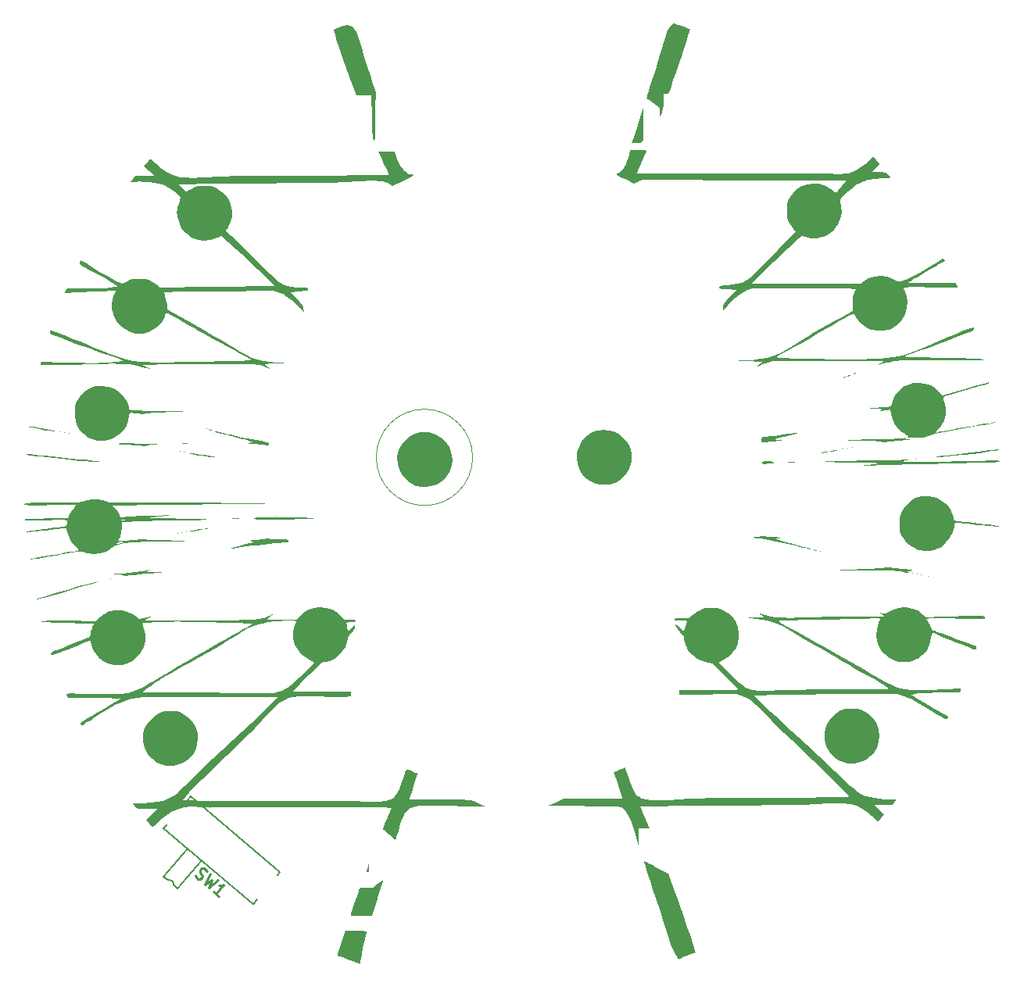
<source format=gbr>
G04 #@! TF.GenerationSoftware,KiCad,Pcbnew,8.0.5*
G04 #@! TF.CreationDate,2024-10-03T15:33:36-05:00*
G04 #@! TF.ProjectId,bsidesdfw badge 2024,62736964-6573-4646-9677-206261646765,rev?*
G04 #@! TF.SameCoordinates,Original*
G04 #@! TF.FileFunction,Legend,Top*
G04 #@! TF.FilePolarity,Positive*
%FSLAX46Y46*%
G04 Gerber Fmt 4.6, Leading zero omitted, Abs format (unit mm)*
G04 Created by KiCad (PCBNEW 8.0.5) date 2024-10-03 15:33:36*
%MOMM*%
%LPD*%
G01*
G04 APERTURE LIST*
%ADD10C,0.100000*%
%ADD11C,0.254000*%
%ADD12C,0.200000*%
%ADD13C,0.000000*%
G04 APERTURE END LIST*
D10*
X127833333Y-92457419D02*
X127500000Y-91981228D01*
X127261905Y-92457419D02*
X127261905Y-91457419D01*
X127261905Y-91457419D02*
X127642857Y-91457419D01*
X127642857Y-91457419D02*
X127738095Y-91505038D01*
X127738095Y-91505038D02*
X127785714Y-91552657D01*
X127785714Y-91552657D02*
X127833333Y-91647895D01*
X127833333Y-91647895D02*
X127833333Y-91790752D01*
X127833333Y-91790752D02*
X127785714Y-91885990D01*
X127785714Y-91885990D02*
X127738095Y-91933609D01*
X127738095Y-91933609D02*
X127642857Y-91981228D01*
X127642857Y-91981228D02*
X127261905Y-91981228D01*
X128214286Y-91552657D02*
X128261905Y-91505038D01*
X128261905Y-91505038D02*
X128357143Y-91457419D01*
X128357143Y-91457419D02*
X128595238Y-91457419D01*
X128595238Y-91457419D02*
X128690476Y-91505038D01*
X128690476Y-91505038D02*
X128738095Y-91552657D01*
X128738095Y-91552657D02*
X128785714Y-91647895D01*
X128785714Y-91647895D02*
X128785714Y-91743133D01*
X128785714Y-91743133D02*
X128738095Y-91885990D01*
X128738095Y-91885990D02*
X128166667Y-92457419D01*
X128166667Y-92457419D02*
X128785714Y-92457419D01*
D11*
X103151143Y-137805172D02*
X103251252Y-137968119D01*
X103251252Y-137968119D02*
X103482889Y-138162486D01*
X103482889Y-138162486D02*
X103614417Y-138193905D01*
X103614417Y-138193905D02*
X103699618Y-138186451D01*
X103699618Y-138186451D02*
X103823692Y-138132669D01*
X103823692Y-138132669D02*
X103901439Y-138040015D01*
X103901439Y-138040015D02*
X103932858Y-137908486D01*
X103932858Y-137908486D02*
X103925404Y-137823286D01*
X103925404Y-137823286D02*
X103871622Y-137699211D01*
X103871622Y-137699211D02*
X103725186Y-137497391D01*
X103725186Y-137497391D02*
X103671404Y-137373316D01*
X103671404Y-137373316D02*
X103663950Y-137288116D01*
X103663950Y-137288116D02*
X103695370Y-137156587D01*
X103695370Y-137156587D02*
X103773116Y-137063932D01*
X103773116Y-137063932D02*
X103897190Y-137010151D01*
X103897190Y-137010151D02*
X103982391Y-137002697D01*
X103982391Y-137002697D02*
X104113919Y-137034116D01*
X104113919Y-137034116D02*
X104345557Y-137228483D01*
X104345557Y-137228483D02*
X104445666Y-137391430D01*
X104808831Y-137617216D02*
X104224128Y-138784460D01*
X104224128Y-138784460D02*
X104992538Y-138245041D01*
X104992538Y-138245041D02*
X104594748Y-139095446D01*
X104594748Y-139095446D02*
X105642725Y-138316937D01*
X105706607Y-140028407D02*
X105150678Y-139561927D01*
X105428642Y-139795167D02*
X106244983Y-138822290D01*
X106244983Y-138822290D02*
X106035708Y-138883526D01*
X106035708Y-138883526D02*
X105865306Y-138898434D01*
X105865306Y-138898434D02*
X105733778Y-138867015D01*
D10*
G04 #@! TO.C,R2*
X130121320Y-92500000D02*
G75*
G02*
X125878680Y-92500000I-2121320J0D01*
G01*
X125878680Y-92500000D02*
G75*
G02*
X130121320Y-92500000I2121320J0D01*
G01*
X133220153Y-92500000D02*
G75*
G02*
X122779847Y-92500000I-5220153J0D01*
G01*
X122779847Y-92500000D02*
G75*
G02*
X133220153Y-92500000I5220153J0D01*
G01*
D12*
G04 #@! TO.C,SW1*
X99748623Y-137930564D02*
X100208248Y-138316236D01*
X99753522Y-132713049D02*
X109482288Y-140876452D01*
X100139197Y-132253423D02*
X99753522Y-132713049D01*
X100208248Y-138316236D02*
X100707503Y-138343539D01*
X100707503Y-138343539D02*
X100821084Y-138830468D01*
X100821084Y-138830468D02*
X101280711Y-139216141D01*
X101280711Y-139216141D02*
X103851861Y-136151963D01*
X102319771Y-134866386D02*
X99748623Y-137930564D01*
X102646067Y-129265848D02*
X102324674Y-129648871D01*
D10*
X104735528Y-130431680D02*
X104735528Y-130431680D01*
X104799805Y-130355077D02*
X104799805Y-130355077D01*
D12*
X109482288Y-140876452D02*
X109867960Y-140416825D01*
X112053439Y-137812275D02*
X112374831Y-137429252D01*
X112374831Y-137429252D02*
X102646067Y-129265848D01*
D10*
X104735528Y-130431680D02*
G75*
G02*
X104799805Y-130355077I32139J38301D01*
G01*
X104799805Y-130355077D02*
G75*
G02*
X104735529Y-130431679I-32138J-38301D01*
G01*
D13*
G04 #@! TO.C,G\u002A\u002A\u002A*
G36*
X89917333Y-90007667D02*
G01*
X89875000Y-90050000D01*
X89832666Y-90007667D01*
X89875000Y-89965334D01*
X89917333Y-90007667D01*
G37*
G36*
X98638000Y-82980334D02*
G01*
X98595666Y-83022667D01*
X98553333Y-82980334D01*
X98595666Y-82938000D01*
X98638000Y-82980334D01*
G37*
G36*
X103125333Y-89076334D02*
G01*
X103083000Y-89118667D01*
X103040666Y-89076334D01*
X103083000Y-89034000D01*
X103125333Y-89076334D01*
G37*
G36*
X103464000Y-89161000D02*
G01*
X103421666Y-89203334D01*
X103379333Y-89161000D01*
X103421666Y-89118667D01*
X103464000Y-89161000D01*
G37*
G36*
X114894000Y-100337000D02*
G01*
X114851666Y-100379334D01*
X114809333Y-100337000D01*
X114851666Y-100294667D01*
X114894000Y-100337000D01*
G37*
G36*
X115232666Y-100252334D02*
G01*
X115190333Y-100294667D01*
X115148000Y-100252334D01*
X115190333Y-100210000D01*
X115232666Y-100252334D01*
G37*
G36*
X164000666Y-109227000D02*
G01*
X163958333Y-109269334D01*
X163916000Y-109227000D01*
X163958333Y-109184667D01*
X164000666Y-109227000D01*
G37*
G36*
X164170000Y-109311667D02*
G01*
X164127666Y-109354000D01*
X164085333Y-109311667D01*
X164127666Y-109269334D01*
X164170000Y-109311667D01*
G37*
G36*
X170350666Y-92124334D02*
G01*
X170308333Y-92166667D01*
X170266000Y-92124334D01*
X170308333Y-92082000D01*
X170350666Y-92124334D01*
G37*
G36*
X171790000Y-102961667D02*
G01*
X171747666Y-103004000D01*
X171705333Y-102961667D01*
X171747666Y-102919334D01*
X171790000Y-102961667D01*
G37*
G36*
X172128666Y-103046334D02*
G01*
X172086333Y-103088667D01*
X172044000Y-103046334D01*
X172086333Y-103004000D01*
X172128666Y-103046334D01*
G37*
G36*
X172975333Y-84081000D02*
G01*
X172933000Y-84123334D01*
X172890666Y-84081000D01*
X172933000Y-84038667D01*
X172975333Y-84081000D01*
G37*
G36*
X173229333Y-83996334D02*
G01*
X173187000Y-84038667D01*
X173144666Y-83996334D01*
X173187000Y-83954000D01*
X173229333Y-83996334D01*
G37*
G36*
X175176666Y-83234334D02*
G01*
X175134333Y-83276667D01*
X175092000Y-83234334D01*
X175134333Y-83192000D01*
X175176666Y-83234334D01*
G37*
G36*
X175600000Y-83065000D02*
G01*
X175557666Y-83107334D01*
X175515333Y-83065000D01*
X175557666Y-83022667D01*
X175600000Y-83065000D01*
G37*
G36*
X177124000Y-87552334D02*
G01*
X177081666Y-87594667D01*
X177039333Y-87552334D01*
X177081666Y-87510000D01*
X177124000Y-87552334D01*
G37*
G36*
X177547333Y-104316334D02*
G01*
X177505000Y-104358667D01*
X177462666Y-104316334D01*
X177505000Y-104274000D01*
X177547333Y-104316334D01*
G37*
G36*
X88583833Y-89739927D02*
G01*
X88594469Y-89770830D01*
X88478000Y-89782632D01*
X88357804Y-89769326D01*
X88372166Y-89739927D01*
X88545508Y-89728744D01*
X88583833Y-89739927D01*
G37*
G36*
X89047736Y-89829514D02*
G01*
X89022485Y-89867996D01*
X88936611Y-89873983D01*
X88846268Y-89853305D01*
X88885458Y-89822830D01*
X89017782Y-89812736D01*
X89047736Y-89829514D01*
G37*
G36*
X89555736Y-89914181D02*
G01*
X89530485Y-89952663D01*
X89444611Y-89958649D01*
X89354268Y-89937972D01*
X89393458Y-89907497D01*
X89525782Y-89897403D01*
X89555736Y-89914181D01*
G37*
G36*
X93275777Y-105826222D02*
G01*
X93264155Y-105876557D01*
X93219333Y-105882667D01*
X93149643Y-105851689D01*
X93162888Y-105826222D01*
X93263368Y-105816089D01*
X93275777Y-105826222D01*
G37*
G36*
X93614444Y-105741556D02*
G01*
X93602822Y-105791890D01*
X93558000Y-105798000D01*
X93488309Y-105767022D01*
X93501555Y-105741556D01*
X93602035Y-105731423D01*
X93614444Y-105741556D01*
G37*
G36*
X94043069Y-105662181D02*
G01*
X94017818Y-105700663D01*
X93931944Y-105706649D01*
X93841602Y-105685972D01*
X93880791Y-105655497D01*
X94013115Y-105645403D01*
X94043069Y-105662181D01*
G37*
G36*
X94376444Y-105572222D02*
G01*
X94364822Y-105622557D01*
X94320000Y-105628667D01*
X94250309Y-105597689D01*
X94263555Y-105572222D01*
X94364035Y-105562089D01*
X94376444Y-105572222D01*
G37*
G36*
X94799777Y-105487556D02*
G01*
X94788155Y-105537890D01*
X94743333Y-105544000D01*
X94673643Y-105513022D01*
X94686888Y-105487556D01*
X94787368Y-105477423D01*
X94799777Y-105487556D01*
G37*
G36*
X95223111Y-105402889D02*
G01*
X95211488Y-105453223D01*
X95166666Y-105459334D01*
X95096976Y-105428355D01*
X95110222Y-105402889D01*
X95210701Y-105392756D01*
X95223111Y-105402889D01*
G37*
G36*
X98101777Y-87876889D02*
G01*
X98090155Y-87927223D01*
X98045333Y-87933334D01*
X97975643Y-87902355D01*
X97988888Y-87876889D01*
X98089368Y-87866756D01*
X98101777Y-87876889D01*
G37*
G36*
X98440444Y-104640889D02*
G01*
X98428822Y-104691223D01*
X98384000Y-104697334D01*
X98314309Y-104666355D01*
X98327555Y-104640889D01*
X98428035Y-104630756D01*
X98440444Y-104640889D01*
G37*
G36*
X101324402Y-100751514D02*
G01*
X101299151Y-100789996D01*
X101213277Y-100795983D01*
X101122935Y-100775305D01*
X101162125Y-100744830D01*
X101294448Y-100734736D01*
X101324402Y-100751514D01*
G37*
G36*
X101578402Y-91861514D02*
G01*
X101553151Y-91899996D01*
X101467277Y-91905983D01*
X101376935Y-91885305D01*
X101416125Y-91854830D01*
X101548448Y-91844736D01*
X101578402Y-91861514D01*
G37*
G36*
X101791833Y-100661927D02*
G01*
X101802469Y-100692830D01*
X101686000Y-100704632D01*
X101565804Y-100691326D01*
X101580166Y-100661927D01*
X101753508Y-100650744D01*
X101791833Y-100661927D01*
G37*
G36*
X102045833Y-91941260D02*
G01*
X102056469Y-91972163D01*
X101940000Y-91983965D01*
X101819804Y-91970660D01*
X101834166Y-91941260D01*
X102007508Y-91930078D01*
X102045833Y-91941260D01*
G37*
G36*
X103774444Y-89231556D02*
G01*
X103762822Y-89281890D01*
X103718000Y-89288000D01*
X103648309Y-89257022D01*
X103661555Y-89231556D01*
X103762035Y-89221423D01*
X103774444Y-89231556D01*
G37*
G36*
X104113111Y-89316222D02*
G01*
X104101488Y-89366557D01*
X104056666Y-89372667D01*
X103986976Y-89341689D01*
X104000222Y-89316222D01*
X104100701Y-89306089D01*
X104113111Y-89316222D01*
G37*
G36*
X104457069Y-89406181D02*
G01*
X104431818Y-89444663D01*
X104345944Y-89450649D01*
X104255602Y-89429972D01*
X104294791Y-89399497D01*
X104427115Y-89389403D01*
X104457069Y-89406181D01*
G37*
G36*
X105721777Y-92533556D02*
G01*
X105710155Y-92583890D01*
X105665333Y-92590000D01*
X105595643Y-92559022D01*
X105608888Y-92533556D01*
X105709368Y-92523423D01*
X105721777Y-92533556D01*
G37*
G36*
X111992402Y-98888847D02*
G01*
X111967151Y-98927329D01*
X111881277Y-98933316D01*
X111790935Y-98912639D01*
X111830125Y-98882163D01*
X111962448Y-98872070D01*
X111992402Y-98888847D01*
G37*
G36*
X115543111Y-100153556D02*
G01*
X115531488Y-100203890D01*
X115486666Y-100210000D01*
X115416976Y-100179022D01*
X115430222Y-100153556D01*
X115530701Y-100143423D01*
X115543111Y-100153556D01*
G37*
G36*
X115881777Y-100068889D02*
G01*
X115870155Y-100119223D01*
X115825333Y-100125334D01*
X115755643Y-100094355D01*
X115768888Y-100068889D01*
X115869368Y-100058756D01*
X115881777Y-100068889D01*
G37*
G36*
X166258444Y-92872222D02*
G01*
X166246822Y-92922557D01*
X166202000Y-92928667D01*
X166132309Y-92897689D01*
X166145555Y-92872222D01*
X166246035Y-92862089D01*
X166258444Y-92872222D01*
G37*
G36*
X170920402Y-102698847D02*
G01*
X170895151Y-102737329D01*
X170809277Y-102743316D01*
X170718935Y-102722639D01*
X170758125Y-102692163D01*
X170890448Y-102682070D01*
X170920402Y-102698847D01*
G37*
G36*
X171169111Y-102778222D02*
G01*
X171157488Y-102828557D01*
X171112666Y-102834667D01*
X171042976Y-102803689D01*
X171056222Y-102778222D01*
X171156701Y-102768089D01*
X171169111Y-102778222D01*
G37*
G36*
X171507777Y-102862889D02*
G01*
X171496155Y-102913223D01*
X171451333Y-102919334D01*
X171381643Y-102888355D01*
X171394888Y-102862889D01*
X171495368Y-102852756D01*
X171507777Y-102862889D01*
G37*
G36*
X173419833Y-91602594D02*
G01*
X173430469Y-91633496D01*
X173314000Y-91645298D01*
X173193804Y-91631993D01*
X173208166Y-91602594D01*
X173381508Y-91591411D01*
X173419833Y-91602594D01*
G37*
G36*
X173883736Y-91522847D02*
G01*
X173858485Y-91561329D01*
X173772611Y-91567316D01*
X173682268Y-91546639D01*
X173721458Y-91516163D01*
X173853782Y-91506070D01*
X173883736Y-91522847D01*
G37*
G36*
X174391736Y-91438181D02*
G01*
X174366485Y-91476663D01*
X174280611Y-91482649D01*
X174190268Y-91461972D01*
X174229458Y-91431497D01*
X174361782Y-91421403D01*
X174391736Y-91438181D01*
G37*
G36*
X174979111Y-83304889D02*
G01*
X174967488Y-83355223D01*
X174922666Y-83361334D01*
X174852976Y-83330355D01*
X174866222Y-83304889D01*
X174966701Y-83294756D01*
X174979111Y-83304889D01*
G37*
G36*
X175402444Y-83135556D02*
G01*
X175390822Y-83185890D01*
X175346000Y-83192000D01*
X175276309Y-83161022D01*
X175289555Y-83135556D01*
X175390035Y-83125423D01*
X175402444Y-83135556D01*
G37*
G36*
X177180444Y-109297556D02*
G01*
X177168822Y-109347890D01*
X177124000Y-109354000D01*
X177054309Y-109323022D01*
X177067555Y-109297556D01*
X177168035Y-109287423D01*
X177180444Y-109297556D01*
G37*
G36*
X180955166Y-105064594D02*
G01*
X180965802Y-105095496D01*
X180849333Y-105107298D01*
X180729137Y-105093993D01*
X180743500Y-105064594D01*
X180916842Y-105053411D01*
X180955166Y-105064594D01*
G37*
G36*
X181419069Y-105154181D02*
G01*
X181393818Y-105192663D01*
X181307944Y-105198649D01*
X181217602Y-105177972D01*
X181256791Y-105147497D01*
X181389115Y-105137403D01*
X181419069Y-105154181D01*
G37*
G36*
X181842402Y-105238847D02*
G01*
X181817151Y-105277329D01*
X181731277Y-105283316D01*
X181640935Y-105262639D01*
X181680125Y-105232163D01*
X181812448Y-105222070D01*
X181842402Y-105238847D01*
G37*
G36*
X182175777Y-105318222D02*
G01*
X182164155Y-105368557D01*
X182119333Y-105374667D01*
X182049643Y-105343689D01*
X182062888Y-105318222D01*
X182163368Y-105308089D01*
X182175777Y-105318222D01*
G37*
G36*
X182514444Y-92533556D02*
G01*
X182502822Y-92583890D01*
X182458000Y-92590000D01*
X182388309Y-92559022D01*
X182401555Y-92533556D01*
X182502035Y-92523423D01*
X182514444Y-92533556D01*
G37*
G36*
X182604402Y-105408181D02*
G01*
X182579151Y-105446663D01*
X182493277Y-105452649D01*
X182402935Y-105431972D01*
X182442125Y-105401497D01*
X182574448Y-105391403D01*
X182604402Y-105408181D01*
G37*
G36*
X182937777Y-105487556D02*
G01*
X182926155Y-105537890D01*
X182881333Y-105544000D01*
X182811643Y-105513022D01*
X182824888Y-105487556D01*
X182925368Y-105477423D01*
X182937777Y-105487556D01*
G37*
G36*
X183276444Y-105572222D02*
G01*
X183264822Y-105622557D01*
X183220000Y-105628667D01*
X183150309Y-105597689D01*
X183163555Y-105572222D01*
X183264035Y-105562089D01*
X183276444Y-105572222D01*
G37*
G36*
X183615111Y-105656889D02*
G01*
X183603488Y-105707223D01*
X183558666Y-105713334D01*
X183488976Y-105682355D01*
X183502222Y-105656889D01*
X183602701Y-105646756D01*
X183615111Y-105656889D01*
G37*
G36*
X102301444Y-100577798D02*
G01*
X102304259Y-100605592D01*
X102171717Y-100616944D01*
X102151666Y-100616828D01*
X102020352Y-100604619D01*
X102032887Y-100578850D01*
X102047444Y-100574660D01*
X102231874Y-100562265D01*
X102301444Y-100577798D01*
G37*
G36*
X104830537Y-89501716D02*
G01*
X104945666Y-89542000D01*
X105038002Y-89597961D01*
X104988000Y-89614765D01*
X104806795Y-89582284D01*
X104691666Y-89542000D01*
X104599330Y-89486039D01*
X104649333Y-89469235D01*
X104830537Y-89501716D01*
G37*
G36*
X170362537Y-102540383D02*
G01*
X170477666Y-102580667D01*
X170570002Y-102636628D01*
X170520000Y-102653432D01*
X170338795Y-102620951D01*
X170223666Y-102580667D01*
X170131330Y-102524706D01*
X170181333Y-102507902D01*
X170362537Y-102540383D01*
G37*
G36*
X173625478Y-83822197D02*
G01*
X173568000Y-83869334D01*
X173413651Y-83940977D01*
X173356333Y-83951407D01*
X173341188Y-83916470D01*
X173398666Y-83869334D01*
X173553015Y-83797690D01*
X173610333Y-83787260D01*
X173625478Y-83822197D01*
G37*
G36*
X174726145Y-83398864D02*
G01*
X174668666Y-83446000D01*
X174514317Y-83517644D01*
X174457000Y-83528074D01*
X174441854Y-83493136D01*
X174499333Y-83446000D01*
X174653682Y-83374356D01*
X174711000Y-83363926D01*
X174726145Y-83398864D01*
G37*
G36*
X181336166Y-92700971D02*
G01*
X181362517Y-92725511D01*
X181245444Y-92738872D01*
X181188000Y-92739691D01*
X181033964Y-92730863D01*
X181015810Y-92708886D01*
X181039833Y-92700971D01*
X181254567Y-92687803D01*
X181336166Y-92700971D01*
G37*
G36*
X174261561Y-83590715D02*
G01*
X174245333Y-83601049D01*
X174064283Y-83684457D01*
X173906666Y-83736135D01*
X173779248Y-83760975D01*
X173805771Y-83724619D01*
X173822000Y-83714284D01*
X174003050Y-83630877D01*
X174160666Y-83579199D01*
X174288084Y-83554359D01*
X174261561Y-83590715D01*
G37*
G36*
X102307029Y-90998296D02*
G01*
X102387054Y-91004132D01*
X102466216Y-91017679D01*
X102393347Y-91028329D01*
X102185741Y-91034721D01*
X101982333Y-91035947D01*
X101700751Y-91032812D01*
X101548251Y-91024727D01*
X101539818Y-91013048D01*
X101625054Y-91003662D01*
X101963962Y-90990851D01*
X102307029Y-90998296D01*
G37*
G36*
X122000034Y-136976500D02*
G01*
X121997177Y-137252200D01*
X121970735Y-137398610D01*
X121906900Y-137455492D01*
X121830961Y-137463334D01*
X121707364Y-137434312D01*
X121703448Y-137316102D01*
X121716055Y-137272834D01*
X121786997Y-137061417D01*
X121878130Y-136805092D01*
X121885128Y-136786000D01*
X121994068Y-136489667D01*
X122000034Y-136976500D01*
G37*
G36*
X107808348Y-99121205D02*
G01*
X108138129Y-99131060D01*
X108277399Y-99141077D01*
X108259650Y-99149652D01*
X108097195Y-99156142D01*
X107802347Y-99159909D01*
X107570333Y-99160594D01*
X107198566Y-99158878D01*
X106947678Y-99153985D01*
X106831229Y-99146558D01*
X106862780Y-99137242D01*
X106952795Y-99131300D01*
X107352658Y-99120079D01*
X107808348Y-99121205D01*
G37*
G36*
X168030511Y-93026052D02*
G01*
X168297500Y-93035216D01*
X168424578Y-93045523D01*
X168395495Y-93054271D01*
X168223421Y-93060775D01*
X167921527Y-93064355D01*
X167726000Y-93064834D01*
X167364130Y-93062974D01*
X167125496Y-93057846D01*
X167023267Y-93050135D01*
X167070613Y-93040522D01*
X167154500Y-93035216D01*
X167571409Y-93023761D01*
X168030511Y-93026052D01*
G37*
G36*
X151715389Y-56359075D02*
G01*
X151717731Y-56944178D01*
X151716627Y-57383829D01*
X151709755Y-57701907D01*
X151694792Y-57922291D01*
X151669415Y-58068858D01*
X151631303Y-58165487D01*
X151578132Y-58236056D01*
X151528043Y-58285242D01*
X151338838Y-58409540D01*
X151081996Y-58463184D01*
X150900928Y-58469334D01*
X150469770Y-58469334D01*
X150756859Y-57559167D01*
X150907195Y-57085743D01*
X151084701Y-56531592D01*
X151263649Y-55976846D01*
X151375363Y-55633000D01*
X151706778Y-54617000D01*
X151715389Y-56359075D01*
G37*
G36*
X104828072Y-100134790D02*
G01*
X104824604Y-100151121D01*
X104677507Y-100189573D01*
X104410278Y-100245020D01*
X104046413Y-100312336D01*
X103887333Y-100340024D01*
X103347230Y-100429329D01*
X102922886Y-100492824D01*
X102626095Y-100529138D01*
X102468650Y-100536899D01*
X102462346Y-100514733D01*
X102490333Y-100502566D01*
X102632178Y-100467231D01*
X102900203Y-100415758D01*
X103252780Y-100354695D01*
X103648283Y-100290591D01*
X104045084Y-100229995D01*
X104401557Y-100179456D01*
X104676075Y-100145523D01*
X104827009Y-100134744D01*
X104828072Y-100134790D01*
G37*
G36*
X172975333Y-91684757D02*
G01*
X172945568Y-91705089D01*
X172781438Y-91743953D01*
X172516198Y-91795840D01*
X172183102Y-91855243D01*
X171815402Y-91916656D01*
X171446353Y-91974569D01*
X171109210Y-92023477D01*
X170837225Y-92057872D01*
X170663653Y-92072246D01*
X170637448Y-92071948D01*
X170657553Y-92055473D01*
X170820209Y-92016885D01*
X171100823Y-91961236D01*
X171474807Y-91893579D01*
X171663000Y-91861241D01*
X172099302Y-91790476D01*
X172481982Y-91734186D01*
X172777067Y-91696939D01*
X172950587Y-91683305D01*
X172975333Y-91684757D01*
G37*
G36*
X165478099Y-92938967D02*
G01*
X165689769Y-92966075D01*
X165778196Y-93004299D01*
X165778666Y-93007445D01*
X165850407Y-93082746D01*
X165969166Y-93122915D01*
X165983541Y-93141099D01*
X165854892Y-93157344D01*
X165609528Y-93168885D01*
X165510424Y-93171137D01*
X165179817Y-93183154D01*
X164905017Y-93204263D01*
X164739004Y-93230206D01*
X164727258Y-93234059D01*
X164620227Y-93228065D01*
X164593333Y-93107059D01*
X164607271Y-93013517D01*
X164673406Y-92959945D01*
X164828217Y-92935362D01*
X165108183Y-92928787D01*
X165186000Y-92928667D01*
X165478099Y-92938967D01*
G37*
G36*
X85383545Y-89162272D02*
G01*
X85703969Y-89204118D01*
X86100772Y-89264508D01*
X86544076Y-89338511D01*
X87003999Y-89421198D01*
X87450662Y-89507641D01*
X87854184Y-89592909D01*
X88097000Y-89649758D01*
X88218745Y-89687199D01*
X88193159Y-89700891D01*
X88040251Y-89693010D01*
X87780025Y-89665735D01*
X87432489Y-89621242D01*
X87017650Y-89561709D01*
X86555513Y-89489314D01*
X86424858Y-89467783D01*
X85949594Y-89383132D01*
X85556247Y-89302272D01*
X85269215Y-89230945D01*
X85112893Y-89174894D01*
X85091358Y-89153925D01*
X85169381Y-89143897D01*
X85383545Y-89162272D01*
G37*
G36*
X102398361Y-92024713D02*
G01*
X102621743Y-92048476D01*
X102947479Y-92089286D01*
X103343113Y-92142485D01*
X103776188Y-92203416D01*
X104214245Y-92267420D01*
X104624829Y-92329840D01*
X104975482Y-92386018D01*
X105233747Y-92431297D01*
X105367166Y-92461019D01*
X105369000Y-92461657D01*
X105412076Y-92492697D01*
X105310002Y-92499281D01*
X105084837Y-92483699D01*
X104758639Y-92448238D01*
X104353466Y-92395190D01*
X103891376Y-92326842D01*
X103566913Y-92274627D01*
X103126646Y-92198867D01*
X102755439Y-92129984D01*
X102480675Y-92073467D01*
X102329738Y-92034805D01*
X102309790Y-92022654D01*
X102398361Y-92024713D01*
G37*
G36*
X190256403Y-91664648D02*
G01*
X190203497Y-91696726D01*
X190063507Y-91733360D01*
X189818385Y-91778079D01*
X189450078Y-91834410D01*
X188940538Y-91905881D01*
X188634868Y-91947359D01*
X187394925Y-92108943D01*
X186305916Y-92238897D01*
X185352726Y-92338783D01*
X184520238Y-92410164D01*
X183793339Y-92454602D01*
X183679101Y-92459593D01*
X183481193Y-92464241D01*
X183414150Y-92456258D01*
X183483025Y-92434904D01*
X183692874Y-92399435D01*
X184048749Y-92349110D01*
X184555705Y-92283188D01*
X185218796Y-92200926D01*
X186043077Y-92101583D01*
X186437333Y-92054732D01*
X187216594Y-91963077D01*
X187942972Y-91878861D01*
X188599448Y-91803970D01*
X189168998Y-91740289D01*
X189634604Y-91689702D01*
X189979242Y-91654094D01*
X190185893Y-91635350D01*
X190240277Y-91633599D01*
X190256403Y-91664648D01*
G37*
G36*
X98003000Y-104813522D02*
G01*
X97913566Y-104862522D01*
X97892360Y-104897343D01*
X97959254Y-104921040D01*
X98134121Y-104936669D01*
X98436833Y-104947284D01*
X98887263Y-104955942D01*
X98934333Y-104956707D01*
X100119666Y-104975833D01*
X98976666Y-105044318D01*
X98342052Y-105086483D01*
X97691138Y-105137066D01*
X97062325Y-105192509D01*
X96494014Y-105249249D01*
X96024608Y-105303726D01*
X95738166Y-105344584D01*
X95503731Y-105360051D01*
X95420798Y-105304874D01*
X95420666Y-105301078D01*
X95336762Y-105247713D01*
X95086326Y-105211920D01*
X94671273Y-105193961D01*
X94637500Y-105193400D01*
X93854333Y-105181467D01*
X94785666Y-105112527D01*
X95337471Y-105064216D01*
X95993000Y-104995176D01*
X96689013Y-104912907D01*
X97362270Y-104824910D01*
X97949532Y-104738684D01*
X97983661Y-104733249D01*
X98257000Y-104689463D01*
X98003000Y-104813522D01*
G37*
G36*
X128509242Y-89788302D02*
G01*
X129213145Y-89996341D01*
X129817341Y-90334973D01*
X130310338Y-90790507D01*
X130680641Y-91349254D01*
X130916757Y-91997524D01*
X131007192Y-92721626D01*
X131007716Y-92764225D01*
X130933680Y-93454705D01*
X130712825Y-94081791D01*
X130360951Y-94629298D01*
X129893859Y-95081041D01*
X129327349Y-95420832D01*
X128677222Y-95632488D01*
X128144333Y-95697401D01*
X127618092Y-95692387D01*
X127212779Y-95626566D01*
X127092697Y-95588551D01*
X126462126Y-95279835D01*
X125943703Y-94866397D01*
X125540544Y-94369817D01*
X125255769Y-93811675D01*
X125092496Y-93213552D01*
X125053843Y-92597029D01*
X125142929Y-91983686D01*
X125362870Y-91395104D01*
X125716787Y-90852864D01*
X126207797Y-90378546D01*
X126327174Y-90290602D01*
X126945919Y-89951706D01*
X127601938Y-89771874D01*
X128276449Y-89755430D01*
X128509242Y-89788302D01*
G37*
G36*
X123498607Y-138437083D02*
G01*
X123435646Y-138660592D01*
X123333382Y-138999805D01*
X123198699Y-139432174D01*
X123038483Y-139935149D01*
X122923609Y-140290190D01*
X122302333Y-142199050D01*
X121138166Y-142201859D01*
X120716243Y-142200312D01*
X120362514Y-142194129D01*
X120107547Y-142184221D01*
X119981909Y-142171499D01*
X119974000Y-142167148D01*
X120000455Y-142079038D01*
X120073979Y-141856941D01*
X120185813Y-141526732D01*
X120327194Y-141114289D01*
X120482000Y-140666689D01*
X120643301Y-140200947D01*
X120783484Y-139793847D01*
X120893812Y-139470952D01*
X120965548Y-139257823D01*
X120990000Y-139180208D01*
X121068088Y-139169185D01*
X121276045Y-139160361D01*
X121574405Y-139155189D01*
X121688500Y-139154522D01*
X122387000Y-139152378D01*
X122936440Y-138737351D01*
X123193293Y-138549213D01*
X123393827Y-138413377D01*
X123504533Y-138352158D01*
X123515382Y-138351827D01*
X123498607Y-138437083D01*
G37*
G36*
X92711333Y-105982838D02*
G01*
X92552982Y-106031628D01*
X92256858Y-106121492D01*
X91847443Y-106245053D01*
X91349217Y-106394936D01*
X90786662Y-106563767D01*
X90184261Y-106744169D01*
X90175743Y-106746717D01*
X89200485Y-107037668D01*
X88376469Y-107281529D01*
X87693108Y-107481067D01*
X87139818Y-107639049D01*
X86706014Y-107758244D01*
X86381110Y-107841420D01*
X86154521Y-107891344D01*
X86015662Y-107910785D01*
X85953948Y-107902509D01*
X85958793Y-107869287D01*
X85984566Y-107842654D01*
X86090451Y-107796913D01*
X86338486Y-107713291D01*
X86707285Y-107597838D01*
X87175462Y-107456605D01*
X87721633Y-107295644D01*
X88324412Y-107121004D01*
X88962413Y-106938737D01*
X89614251Y-106754893D01*
X90258540Y-106575524D01*
X90873895Y-106406679D01*
X91438930Y-106254410D01*
X91932260Y-106124767D01*
X92332500Y-106023802D01*
X92618263Y-105957565D01*
X92711333Y-105939394D01*
X93007666Y-105888820D01*
X92711333Y-105982838D01*
G37*
G36*
X112233158Y-99015841D02*
G01*
X113163796Y-99020966D01*
X113327666Y-99022196D01*
X114089209Y-99028680D01*
X114697167Y-99035486D01*
X115167285Y-99043322D01*
X115515311Y-99052893D01*
X115756992Y-99064904D01*
X115908075Y-99080061D01*
X115984307Y-99099070D01*
X116001435Y-99122636D01*
X115987611Y-99141395D01*
X115897846Y-99150295D01*
X115657751Y-99161582D01*
X115286304Y-99174692D01*
X114802483Y-99189065D01*
X114225264Y-99204137D01*
X113573627Y-99219346D01*
X112866548Y-99234129D01*
X112840833Y-99234636D01*
X111922454Y-99250625D01*
X111169560Y-99259153D01*
X110578467Y-99260189D01*
X110145491Y-99253701D01*
X109866947Y-99239659D01*
X109739150Y-99218031D01*
X109729333Y-99208198D01*
X109656214Y-99133513D01*
X109496500Y-99085310D01*
X109434552Y-99064892D01*
X109535031Y-99047784D01*
X109791060Y-99034097D01*
X110195764Y-99023947D01*
X110742266Y-99017445D01*
X111423689Y-99014706D01*
X112233158Y-99015841D01*
G37*
G36*
X100898089Y-119989677D02*
G01*
X101196867Y-120026518D01*
X101467119Y-120104724D01*
X101753012Y-120226032D01*
X102285295Y-120550498D01*
X102755688Y-120988521D01*
X103123646Y-121497338D01*
X103288689Y-121845792D01*
X103429359Y-122415830D01*
X103465130Y-123045677D01*
X103395954Y-123663290D01*
X103290115Y-124036396D01*
X102992283Y-124601816D01*
X102567806Y-125086352D01*
X102045657Y-125475328D01*
X101454810Y-125754070D01*
X100824239Y-125907901D01*
X100182918Y-125922146D01*
X99732684Y-125838274D01*
X99076961Y-125566790D01*
X98505181Y-125155600D01*
X98037594Y-124621896D01*
X97781960Y-124182192D01*
X97627494Y-123715129D01*
X97551495Y-123161779D01*
X97556129Y-122587028D01*
X97643563Y-122055759D01*
X97704522Y-121863783D01*
X97996356Y-121309094D01*
X98417981Y-120807379D01*
X98930241Y-120400177D01*
X99248321Y-120226032D01*
X99554705Y-120097243D01*
X99824667Y-120022557D01*
X100128324Y-119988222D01*
X100500666Y-119980453D01*
X100898089Y-119989677D01*
G37*
G36*
X121076866Y-143817362D02*
G01*
X121421976Y-143830583D01*
X121635507Y-143854697D01*
X121736252Y-143891405D01*
X121750412Y-143919167D01*
X121729206Y-144043445D01*
X121673648Y-144288841D01*
X121593601Y-144613013D01*
X121545546Y-144798760D01*
X121437371Y-145246336D01*
X121324625Y-145770999D01*
X121226403Y-146282164D01*
X121197561Y-146449760D01*
X121137147Y-146811607D01*
X121087048Y-147103440D01*
X121053394Y-147290049D01*
X121042594Y-147339829D01*
X120963932Y-147317665D01*
X120755681Y-147247952D01*
X120447446Y-147140863D01*
X120068828Y-147006573D01*
X119974000Y-146972584D01*
X119567742Y-146827300D01*
X119209962Y-146700488D01*
X118935619Y-146604460D01*
X118779675Y-146551528D01*
X118767500Y-146547714D01*
X118641428Y-146464612D01*
X118618197Y-146406959D01*
X118642360Y-146296538D01*
X118709737Y-146055273D01*
X118811421Y-145713432D01*
X118938505Y-145301283D01*
X119013914Y-145062167D01*
X119410767Y-143813334D01*
X120581383Y-143813334D01*
X121076866Y-143817362D01*
G37*
G36*
X96117591Y-90950293D02*
G01*
X96394333Y-90976466D01*
X96733903Y-91006473D01*
X97197526Y-91034405D01*
X97739920Y-91058208D01*
X98315805Y-91075827D01*
X98765000Y-91084027D01*
X99316926Y-91090813D01*
X99704463Y-91096236D01*
X99932546Y-91100918D01*
X100006105Y-91105480D01*
X99930076Y-91110542D01*
X99709391Y-91116726D01*
X99348982Y-91124652D01*
X99124833Y-91129319D01*
X98647852Y-91144540D01*
X98266686Y-91167464D01*
X98003853Y-91196137D01*
X97881868Y-91228608D01*
X97876000Y-91237597D01*
X97827485Y-91308157D01*
X97812500Y-91307552D01*
X97700209Y-91291188D01*
X97473541Y-91261407D01*
X97241000Y-91232075D01*
X96931523Y-91203893D01*
X96518808Y-91180117D01*
X96068948Y-91164127D01*
X95827830Y-91159856D01*
X95453134Y-91149333D01*
X95144664Y-91128026D01*
X94939547Y-91099283D01*
X94875250Y-91073956D01*
X94910016Y-91010220D01*
X95082517Y-90964004D01*
X95361869Y-90937290D01*
X95717188Y-90932059D01*
X96117591Y-90950293D01*
G37*
G36*
X85027833Y-92135454D02*
G01*
X85149547Y-92149943D01*
X85421844Y-92179447D01*
X85826816Y-92222114D01*
X86346556Y-92276090D01*
X86963156Y-92339524D01*
X87658707Y-92410563D01*
X88415301Y-92487355D01*
X89028333Y-92549252D01*
X89816942Y-92629075D01*
X90555960Y-92704604D01*
X91227861Y-92773996D01*
X91815118Y-92835408D01*
X92300206Y-92886995D01*
X92665599Y-92926914D01*
X92893769Y-92953322D01*
X92965333Y-92963384D01*
X92984865Y-92982103D01*
X92861133Y-92991075D01*
X92619891Y-92990929D01*
X92286890Y-92982297D01*
X91887883Y-92965809D01*
X91448620Y-92942096D01*
X91064205Y-92916829D01*
X90641034Y-92882215D01*
X90083657Y-92830147D01*
X89425881Y-92764272D01*
X88701514Y-92688236D01*
X87944362Y-92605685D01*
X87188233Y-92520265D01*
X86466934Y-92435623D01*
X85814274Y-92355404D01*
X85578166Y-92325134D01*
X85248633Y-92275791D01*
X84994463Y-92225409D01*
X84853622Y-92182086D01*
X84837333Y-92167122D01*
X84907739Y-92130441D01*
X85027833Y-92135454D01*
G37*
G36*
X174729814Y-119731403D02*
G01*
X175016420Y-119755282D01*
X175245766Y-119807975D01*
X175473804Y-119900064D01*
X175613186Y-119968423D01*
X176200670Y-120353929D01*
X176668562Y-120841160D01*
X177010631Y-121406701D01*
X177220642Y-122027141D01*
X177292361Y-122679063D01*
X177219556Y-123339056D01*
X176995993Y-123983705D01*
X176782405Y-124360192D01*
X176360848Y-124850164D01*
X175831574Y-125235409D01*
X175228380Y-125503267D01*
X174585061Y-125641084D01*
X173935412Y-125636201D01*
X173570052Y-125563281D01*
X172888267Y-125293646D01*
X172317427Y-124901766D01*
X171867678Y-124400921D01*
X171549167Y-123804396D01*
X171372041Y-123125473D01*
X171337519Y-122640722D01*
X171349818Y-122253207D01*
X171400583Y-121948395D01*
X171508345Y-121640836D01*
X171597494Y-121441958D01*
X171972090Y-120827125D01*
X172461557Y-120323888D01*
X173046711Y-119951879D01*
X173060000Y-119945561D01*
X173314890Y-119836974D01*
X173553917Y-119770757D01*
X173833895Y-119737079D01*
X174211638Y-119726106D01*
X174330000Y-119725759D01*
X174729814Y-119731403D01*
G37*
G36*
X168544309Y-89824087D02*
G01*
X168478416Y-89855034D01*
X168275477Y-89919193D01*
X167962706Y-90008647D01*
X167567320Y-90115484D01*
X167325780Y-90178456D01*
X166885506Y-90295002D01*
X166502223Y-90402421D01*
X166206596Y-90491656D01*
X166029288Y-90553650D01*
X165994566Y-90571620D01*
X166026588Y-90610780D01*
X166192252Y-90641097D01*
X166417900Y-90654834D01*
X166657756Y-90661509D01*
X166761633Y-90669188D01*
X166720986Y-90681453D01*
X166527275Y-90701883D01*
X166244333Y-90727589D01*
X165829564Y-90766786D01*
X165395174Y-90811135D01*
X165037833Y-90850735D01*
X164508666Y-90913293D01*
X164508666Y-90608647D01*
X164535599Y-90390904D01*
X164608682Y-90303595D01*
X164614500Y-90303232D01*
X164775964Y-90291772D01*
X165070027Y-90261510D01*
X165461545Y-90216800D01*
X165915377Y-90162000D01*
X166396378Y-90101465D01*
X166869405Y-90039552D01*
X167299316Y-89980617D01*
X167650967Y-89929015D01*
X167716862Y-89918678D01*
X168062716Y-89867184D01*
X168339780Y-89832859D01*
X168509865Y-89820068D01*
X168544309Y-89824087D01*
G37*
G36*
X147974133Y-89575906D02*
G01*
X148529454Y-89702767D01*
X149030169Y-89955575D01*
X149519148Y-90349937D01*
X149535223Y-90365204D01*
X149917374Y-90775677D01*
X150176232Y-91179546D01*
X150330953Y-91623688D01*
X150400693Y-92154982D01*
X150409769Y-92505334D01*
X150401514Y-92932028D01*
X150370785Y-93246203D01*
X150308630Y-93504131D01*
X150211938Y-93749176D01*
X149939058Y-94197315D01*
X149550169Y-94630189D01*
X149095596Y-95000805D01*
X148625664Y-95262172D01*
X148566660Y-95285455D01*
X148111623Y-95404781D01*
X147592780Y-95461496D01*
X147077541Y-95453425D01*
X146633320Y-95378390D01*
X146546140Y-95350669D01*
X146049471Y-95125722D01*
X145594043Y-94832454D01*
X145240373Y-94510504D01*
X145211496Y-94476517D01*
X144824591Y-93886623D01*
X144586696Y-93255313D01*
X144493526Y-92605637D01*
X144540798Y-91960642D01*
X144724227Y-91343379D01*
X145039529Y-90776895D01*
X145482419Y-90284240D01*
X146048614Y-89888462D01*
X146066064Y-89879072D01*
X146371924Y-89728352D01*
X146639111Y-89636610D01*
X146937749Y-89585986D01*
X147321333Y-89559390D01*
X147974133Y-89575906D01*
G37*
G36*
X180147751Y-90437952D02*
G01*
X180136696Y-90461959D01*
X180161720Y-90521736D01*
X180334752Y-90556891D01*
X180569169Y-90568824D01*
X180648338Y-90577795D01*
X180574777Y-90596296D01*
X180364702Y-90622333D01*
X180034322Y-90653912D01*
X179599852Y-90689038D01*
X179579333Y-90690579D01*
X179075171Y-90730057D01*
X178611542Y-90769567D01*
X178222545Y-90805958D01*
X177942281Y-90836077D01*
X177822500Y-90852925D01*
X177622995Y-90866497D01*
X177547348Y-90816936D01*
X177547333Y-90815837D01*
X177462782Y-90782618D01*
X177209240Y-90757172D01*
X176786870Y-90739507D01*
X176195835Y-90729628D01*
X175628222Y-90727334D01*
X175083136Y-90724682D01*
X174603727Y-90717248D01*
X174212765Y-90705811D01*
X173933020Y-90691149D01*
X173787264Y-90674042D01*
X173772499Y-90663834D01*
X173869266Y-90647255D01*
X174115389Y-90628987D01*
X174490909Y-90609842D01*
X174975866Y-90590629D01*
X175550301Y-90572160D01*
X176194254Y-90555246D01*
X176728776Y-90543717D01*
X177425114Y-90528508D01*
X178078127Y-90511237D01*
X178665777Y-90492718D01*
X179166024Y-90473762D01*
X179556831Y-90455182D01*
X179816158Y-90437791D01*
X179908860Y-90426509D01*
X180099486Y-90400785D01*
X180147751Y-90437952D01*
G37*
G36*
X164652887Y-101040662D02*
G01*
X164847333Y-101061800D01*
X165196735Y-101099708D01*
X165607415Y-101126742D01*
X165879503Y-101135153D01*
X166174265Y-101150079D01*
X166397221Y-101183171D01*
X166498333Y-101226000D01*
X166464310Y-101285137D01*
X166296816Y-101310494D01*
X166277552Y-101310667D01*
X166105760Y-101322745D01*
X166047328Y-101352272D01*
X166050509Y-101356732D01*
X166143094Y-101391379D01*
X166373881Y-101460733D01*
X166717024Y-101557522D01*
X167146677Y-101674473D01*
X167636996Y-101804314D01*
X167694454Y-101819313D01*
X168469852Y-102023547D01*
X169081880Y-102189452D01*
X169532004Y-102317464D01*
X169821691Y-102408013D01*
X169952409Y-102461534D01*
X169927333Y-102478475D01*
X169793944Y-102458286D01*
X169539471Y-102404671D01*
X169206676Y-102326977D01*
X168996000Y-102274913D01*
X168226626Y-102088832D01*
X167388394Y-101899709D01*
X166529061Y-101717407D01*
X165696387Y-101551791D01*
X164938130Y-101412726D01*
X164381666Y-101321842D01*
X163950596Y-101255842D01*
X163674941Y-101209548D01*
X163542406Y-101179284D01*
X163540695Y-101161375D01*
X163657512Y-101152144D01*
X163803111Y-101148880D01*
X164080901Y-101133976D01*
X164280890Y-101102747D01*
X164353444Y-101067980D01*
X164445340Y-101038836D01*
X164652887Y-101040662D01*
G37*
G36*
X105271474Y-89666118D02*
G01*
X105498402Y-89710966D01*
X105841516Y-89784748D01*
X106276576Y-89882201D01*
X106779340Y-89998063D01*
X106983697Y-90045964D01*
X107589548Y-90185603D01*
X108215804Y-90324662D01*
X108816668Y-90453339D01*
X109346343Y-90561835D01*
X109759033Y-90640348D01*
X109771666Y-90642587D01*
X110283730Y-90733027D01*
X110652618Y-90800253D01*
X110901747Y-90851388D01*
X111054535Y-90893558D01*
X111134398Y-90933887D01*
X111164755Y-90979500D01*
X111169021Y-91037520D01*
X111168666Y-91067613D01*
X111124691Y-91198788D01*
X111062833Y-91224021D01*
X110921772Y-91205058D01*
X110681233Y-91169457D01*
X110533666Y-91146772D01*
X110212434Y-91109847D01*
X109821338Y-91082821D01*
X109538833Y-91073417D01*
X109247602Y-91058122D01*
X109043299Y-91025013D01*
X108967333Y-90981334D01*
X109041214Y-90923118D01*
X109220550Y-90896797D01*
X109235444Y-90896667D01*
X109405520Y-90884855D01*
X109462039Y-90856053D01*
X109459308Y-90852419D01*
X109365460Y-90816922D01*
X109137856Y-90749618D01*
X108807191Y-90659077D01*
X108404158Y-90553867D01*
X108246552Y-90513872D01*
X107652144Y-90361979D01*
X107074496Y-90210354D01*
X106535716Y-90065197D01*
X106057915Y-89932707D01*
X105663202Y-89819083D01*
X105373686Y-89730524D01*
X105211477Y-89673229D01*
X105184976Y-89655468D01*
X105271474Y-89666118D01*
G37*
G36*
X151830491Y-136251744D02*
G01*
X152034716Y-136348469D01*
X152339406Y-136500583D01*
X152720105Y-136695908D01*
X153091554Y-136890163D01*
X154406298Y-137583358D01*
X155191795Y-139745846D01*
X155394776Y-140309332D01*
X155615405Y-140929990D01*
X155847232Y-141588923D01*
X156083808Y-142267230D01*
X156318683Y-142946011D01*
X156545408Y-143606369D01*
X156757534Y-144229403D01*
X156948610Y-144796213D01*
X157112187Y-145287902D01*
X157241815Y-145685569D01*
X157331046Y-145970315D01*
X157373429Y-146123241D01*
X157375294Y-146144234D01*
X157292392Y-146179558D01*
X157089932Y-146259681D01*
X156806223Y-146369931D01*
X156479576Y-146495638D01*
X156148299Y-146622129D01*
X155850704Y-146734734D01*
X155625100Y-146818781D01*
X155509796Y-146859600D01*
X155502793Y-146861334D01*
X155454648Y-146792438D01*
X155344362Y-146607382D01*
X155190974Y-146338609D01*
X155092909Y-146162834D01*
X154816056Y-145617020D01*
X154583779Y-145048635D01*
X154375967Y-144404003D01*
X154228469Y-143855667D01*
X154174629Y-143668445D01*
X154072969Y-143340142D01*
X153929773Y-142890132D01*
X153751320Y-142337791D01*
X153543895Y-141702495D01*
X153313778Y-141003621D01*
X153067252Y-140260543D01*
X152912869Y-139797940D01*
X152666599Y-139059422D01*
X152438736Y-138371772D01*
X152234578Y-137751298D01*
X152059424Y-137214308D01*
X151918573Y-136777109D01*
X151817323Y-136456009D01*
X151760973Y-136267317D01*
X151751187Y-136222591D01*
X151830491Y-136251744D01*
G37*
G36*
X111196550Y-101294801D02*
G01*
X111239222Y-101319282D01*
X111329844Y-101348820D01*
X111555711Y-101373007D01*
X111882759Y-101389344D01*
X112276388Y-101395334D01*
X112703529Y-101397016D01*
X112989503Y-101405214D01*
X113162465Y-101424654D01*
X113250573Y-101460060D01*
X113281982Y-101516159D01*
X113285333Y-101564667D01*
X113260540Y-101670279D01*
X113157479Y-101720354D01*
X112933125Y-101733919D01*
X112902401Y-101734000D01*
X112642731Y-101744407D01*
X112245994Y-101773450D01*
X111743037Y-101817860D01*
X111164702Y-101874370D01*
X110541836Y-101939711D01*
X109905282Y-102010616D01*
X109285885Y-102083816D01*
X108714490Y-102156043D01*
X108221941Y-102224030D01*
X108087152Y-102244182D01*
X107676039Y-102306051D01*
X107327542Y-102356480D01*
X107074626Y-102390847D01*
X106950258Y-102404530D01*
X106944152Y-102404451D01*
X107000417Y-102380394D01*
X107190888Y-102319626D01*
X107486677Y-102230989D01*
X107858899Y-102123328D01*
X107909000Y-102109076D01*
X108327101Y-101992381D01*
X108710653Y-101888979D01*
X109016692Y-101810225D01*
X109200166Y-101767870D01*
X109412591Y-101706629D01*
X109465060Y-101643579D01*
X109366446Y-101589976D01*
X109125623Y-101557079D01*
X109030833Y-101553029D01*
X108880373Y-101543709D01*
X108888849Y-101527255D01*
X109059566Y-101502948D01*
X109395829Y-101470072D01*
X109424750Y-101467511D01*
X109850435Y-101426442D01*
X110273704Y-101379634D01*
X110625912Y-101334886D01*
X110737084Y-101318431D01*
X111017905Y-101287220D01*
X111196550Y-101294801D01*
G37*
G36*
X178125899Y-104430216D02*
G01*
X178452625Y-104453880D01*
X178817333Y-104491921D01*
X179255129Y-104539964D01*
X179677271Y-104579925D01*
X180028585Y-104606912D01*
X180214333Y-104615738D01*
X180463895Y-104632017D01*
X180682041Y-104664293D01*
X180839155Y-104703712D01*
X180905622Y-104741416D01*
X180851826Y-104768550D01*
X180750424Y-104776049D01*
X180515777Y-104803126D01*
X180369424Y-104841602D01*
X180277239Y-104890286D01*
X180330554Y-104931207D01*
X180426000Y-104960163D01*
X180556405Y-105004102D01*
X180542377Y-105020380D01*
X180406160Y-105011203D01*
X180169999Y-104978775D01*
X179856139Y-104925301D01*
X179621666Y-104880434D01*
X179402387Y-104842953D01*
X179147324Y-104812861D01*
X178837133Y-104789482D01*
X178452466Y-104772140D01*
X177973975Y-104760158D01*
X177382315Y-104752860D01*
X176658139Y-104749569D01*
X175875332Y-104749478D01*
X175174468Y-104749929D01*
X174530989Y-104749466D01*
X173963552Y-104748169D01*
X173490811Y-104746119D01*
X173131423Y-104743398D01*
X172904044Y-104740086D01*
X172827329Y-104736263D01*
X172827332Y-104736261D01*
X172913922Y-104728371D01*
X173148436Y-104714475D01*
X173509612Y-104695633D01*
X173976189Y-104672904D01*
X174526903Y-104647346D01*
X175140494Y-104620018D01*
X175303666Y-104612928D01*
X175931170Y-104583709D01*
X176502343Y-104553103D01*
X176995670Y-104522584D01*
X177389640Y-104493626D01*
X177662738Y-104467703D01*
X177793453Y-104446286D01*
X177801333Y-104441858D01*
X177897162Y-104425635D01*
X178125899Y-104430216D01*
G37*
G36*
X155256430Y-45544442D02*
G01*
X155506273Y-45620516D01*
X155817863Y-45726675D01*
X156144685Y-45846040D01*
X156440226Y-45961734D01*
X156657970Y-46056876D01*
X156744862Y-46106822D01*
X156734127Y-46198004D01*
X156674207Y-46431566D01*
X156570577Y-46789623D01*
X156428714Y-47254288D01*
X156254094Y-47807673D01*
X156052192Y-48431891D01*
X155828485Y-49109056D01*
X155795783Y-49206930D01*
X155498349Y-50096136D01*
X155249601Y-50838293D01*
X155044041Y-51446781D01*
X154876172Y-51934981D01*
X154740497Y-52316274D01*
X154631519Y-52604042D01*
X154543740Y-52811664D01*
X154471664Y-52952523D01*
X154409793Y-53039999D01*
X154352630Y-53087472D01*
X154294679Y-53108325D01*
X154230441Y-53115937D01*
X154188410Y-53119531D01*
X153925333Y-53146062D01*
X153920964Y-53881531D01*
X153903062Y-54342943D01*
X153847695Y-54709408D01*
X153742877Y-55053384D01*
X153715265Y-55125000D01*
X153513933Y-55633000D01*
X153507966Y-55116543D01*
X153502000Y-54600085D01*
X152782333Y-54121156D01*
X152481359Y-53912678D01*
X152242200Y-53731442D01*
X152094949Y-53601187D01*
X152062666Y-53553468D01*
X152088170Y-53452968D01*
X152160225Y-53212872D01*
X152272142Y-52854329D01*
X152417236Y-52398491D01*
X152588820Y-51866506D01*
X152780205Y-51279527D01*
X152818696Y-51162187D01*
X153031399Y-50506472D01*
X153240810Y-49846396D01*
X153436627Y-49215512D01*
X153608550Y-48647368D01*
X153746278Y-48175516D01*
X153833532Y-47856849D01*
X154059764Y-47065864D01*
X154287940Y-46440989D01*
X154519824Y-45979002D01*
X154757179Y-45676680D01*
X155001769Y-45530799D01*
X155114850Y-45515334D01*
X155256430Y-45544442D01*
G37*
G36*
X119798186Y-45669893D02*
G01*
X119908207Y-45711742D01*
X120174139Y-45861820D01*
X120405679Y-46085240D01*
X120612964Y-46400913D01*
X120806132Y-46827749D01*
X120995320Y-47384658D01*
X121190665Y-48090552D01*
X121197293Y-48116448D01*
X121283538Y-48428148D01*
X121414356Y-48867338D01*
X121579516Y-49401290D01*
X121768784Y-49997274D01*
X121971926Y-50622563D01*
X122129841Y-51098872D01*
X122334398Y-51720818D01*
X122505712Y-52263433D01*
X122638906Y-52709871D01*
X122729103Y-53043286D01*
X122771426Y-53246833D01*
X122768400Y-53304419D01*
X122744100Y-53402263D01*
X122721753Y-53655475D01*
X122701923Y-54050096D01*
X122685170Y-54572167D01*
X122672059Y-55207730D01*
X122663433Y-55910081D01*
X122656852Y-56632878D01*
X122650454Y-57201600D01*
X122643052Y-57631502D01*
X122633456Y-57937835D01*
X122620478Y-58135855D01*
X122602932Y-58240814D01*
X122579628Y-58267965D01*
X122549378Y-58232563D01*
X122510994Y-58149860D01*
X122492440Y-58105361D01*
X122444952Y-57965463D01*
X122406422Y-57785586D01*
X122375147Y-57544209D01*
X122349425Y-57219809D01*
X122327553Y-56790864D01*
X122307829Y-56235852D01*
X122288550Y-55533250D01*
X122288352Y-55525328D01*
X122232824Y-53304667D01*
X121420681Y-53304667D01*
X120608538Y-53304667D01*
X120039384Y-51717167D01*
X119710598Y-50794933D01*
X119402166Y-49919695D01*
X119118440Y-49104443D01*
X118863768Y-48362164D01*
X118642502Y-47705848D01*
X118458990Y-47148484D01*
X118317584Y-46703061D01*
X118222633Y-46382567D01*
X118178488Y-46199992D01*
X118178769Y-46161600D01*
X118280101Y-46116627D01*
X118499651Y-46027545D01*
X118797377Y-45910474D01*
X118930588Y-45858957D01*
X119270645Y-45731887D01*
X119498798Y-45662507D01*
X119659746Y-45644086D01*
X119798186Y-45669893D01*
G37*
G36*
X183166408Y-96787438D02*
G01*
X183652025Y-96961049D01*
X184163837Y-97267921D01*
X184617406Y-97686809D01*
X184982125Y-98179652D01*
X185227388Y-98708391D01*
X185302327Y-99013245D01*
X185321026Y-99139822D01*
X185346019Y-99234198D01*
X185400275Y-99303718D01*
X185506761Y-99355728D01*
X185688443Y-99397574D01*
X185968290Y-99436602D01*
X186369267Y-99480158D01*
X186914343Y-99535588D01*
X186945333Y-99538756D01*
X187506344Y-99598789D01*
X188078471Y-99664675D01*
X188636092Y-99732977D01*
X189153587Y-99800254D01*
X189605334Y-99863067D01*
X189965714Y-99917977D01*
X190209104Y-99961545D01*
X190309883Y-99990330D01*
X190309977Y-99990422D01*
X190283789Y-100030902D01*
X190197944Y-100040500D01*
X190073298Y-100031970D01*
X189808503Y-100008387D01*
X189431794Y-99972625D01*
X188971402Y-99927556D01*
X188455563Y-99876052D01*
X187912509Y-99820986D01*
X187370473Y-99765232D01*
X186857689Y-99711661D01*
X186402391Y-99663147D01*
X186032812Y-99622562D01*
X185777186Y-99592778D01*
X185703555Y-99583205D01*
X185546277Y-99569157D01*
X185460019Y-99609893D01*
X185413248Y-99744196D01*
X185378000Y-99983635D01*
X185217342Y-100618236D01*
X184920161Y-101218373D01*
X184511701Y-101749769D01*
X184017204Y-102178145D01*
X183583284Y-102420763D01*
X183176301Y-102545559D01*
X182688536Y-102618965D01*
X182187238Y-102636771D01*
X181739658Y-102594765D01*
X181550884Y-102548023D01*
X180891095Y-102255871D01*
X180343366Y-101843788D01*
X179893000Y-101299162D01*
X179686262Y-100947708D01*
X179574776Y-100715735D01*
X179505725Y-100502971D01*
X179469183Y-100255916D01*
X179455220Y-99921073D01*
X179453586Y-99693936D01*
X179457316Y-99301999D01*
X179478133Y-99021356D01*
X179528321Y-98794037D01*
X179620163Y-98562070D01*
X179748666Y-98301258D01*
X180135408Y-97717167D01*
X180624405Y-97255799D01*
X181193830Y-96924648D01*
X181821856Y-96731209D01*
X182486658Y-96682974D01*
X183166408Y-96787438D01*
G37*
G36*
X93740857Y-84819868D02*
G01*
X94337264Y-85009957D01*
X94866630Y-85341155D01*
X95248868Y-85703088D01*
X95493919Y-86017025D01*
X95717297Y-86383856D01*
X95893438Y-86753095D01*
X95996783Y-87074256D01*
X96013333Y-87213006D01*
X96035148Y-87275582D01*
X96109752Y-87327249D01*
X96250887Y-87368920D01*
X96472291Y-87401508D01*
X96787706Y-87425925D01*
X97210871Y-87443086D01*
X97755527Y-87453902D01*
X98435414Y-87459288D01*
X99264272Y-87460156D01*
X99718875Y-87459236D01*
X100419841Y-87457813D01*
X101063360Y-87457475D01*
X101630793Y-87458156D01*
X102103500Y-87459793D01*
X102462845Y-87462320D01*
X102690187Y-87465673D01*
X102766889Y-87469788D01*
X102766875Y-87469800D01*
X102679898Y-87478073D01*
X102444826Y-87492250D01*
X102082754Y-87511280D01*
X101614776Y-87534109D01*
X101061988Y-87559687D01*
X100445485Y-87586961D01*
X100246666Y-87595512D01*
X99613229Y-87624956D01*
X99035656Y-87656364D01*
X98535338Y-87688208D01*
X98133667Y-87718962D01*
X97852036Y-87747099D01*
X97711836Y-87771092D01*
X97700564Y-87777237D01*
X97595750Y-87804999D01*
X97364860Y-87800678D01*
X97065564Y-87767466D01*
X96630583Y-87707285D01*
X96335712Y-87679613D01*
X96153750Y-87690845D01*
X96057499Y-87747374D01*
X96019761Y-87855594D01*
X96013333Y-88014824D01*
X95934135Y-88550705D01*
X95711724Y-89087104D01*
X95368875Y-89591044D01*
X94928363Y-90029549D01*
X94412962Y-90369642D01*
X94373209Y-90389630D01*
X93802809Y-90597139D01*
X93187382Y-90696015D01*
X92588693Y-90679544D01*
X92282018Y-90616941D01*
X91625307Y-90345059D01*
X91052173Y-89931950D01*
X90579806Y-89392161D01*
X90325268Y-88960859D01*
X90199327Y-88579894D01*
X90129289Y-88097117D01*
X90115428Y-87570651D01*
X90158020Y-87058619D01*
X90257340Y-86619143D01*
X90313511Y-86475608D01*
X90633403Y-85957437D01*
X91074579Y-85487617D01*
X91588992Y-85113681D01*
X91802494Y-85002526D01*
X92107124Y-84874717D01*
X92377040Y-84800645D01*
X92682121Y-84766675D01*
X93050000Y-84759120D01*
X93740857Y-84819868D01*
G37*
G36*
X180616192Y-92780005D02*
G01*
X180733929Y-92787224D01*
X180737641Y-92788753D01*
X180694004Y-92819471D01*
X180522871Y-92839530D01*
X180355444Y-92844000D01*
X180084546Y-92861069D01*
X179936444Y-92907844D01*
X179918000Y-92938569D01*
X180000984Y-92960608D01*
X180243395Y-92977078D01*
X180635419Y-92988052D01*
X181167246Y-92993602D01*
X181829061Y-92993802D01*
X182611052Y-92988725D01*
X183503406Y-92978444D01*
X184496311Y-92963032D01*
X185579955Y-92942562D01*
X186744524Y-92917108D01*
X187980205Y-92886742D01*
X188416306Y-92875271D01*
X189047945Y-92859786D01*
X189528718Y-92851883D01*
X189876949Y-92852180D01*
X190110962Y-92861299D01*
X190249082Y-92879862D01*
X190309633Y-92908488D01*
X190314366Y-92939580D01*
X190275855Y-92971119D01*
X190173345Y-92998078D01*
X189992376Y-93021248D01*
X189718490Y-93041419D01*
X189337227Y-93059384D01*
X188834129Y-93075932D01*
X188194736Y-93091855D01*
X187404589Y-93107943D01*
X187150059Y-93112663D01*
X186247500Y-93130272D01*
X185229878Y-93152083D01*
X184151372Y-93176807D01*
X183066162Y-93203157D01*
X182028428Y-93229846D01*
X181092352Y-93255585D01*
X180891666Y-93261396D01*
X180105534Y-93284277D01*
X179308859Y-93307209D01*
X178533133Y-93329304D01*
X177809846Y-93349673D01*
X177170488Y-93367428D01*
X176646551Y-93381681D01*
X176362000Y-93389184D01*
X174965000Y-93425236D01*
X176079820Y-93325075D01*
X176498513Y-93283303D01*
X176855443Y-93239863D01*
X177117112Y-93199408D01*
X177250020Y-93166590D01*
X177258098Y-93161458D01*
X177197864Y-93141438D01*
X176992714Y-93122876D01*
X176667064Y-93106923D01*
X176245330Y-93094731D01*
X175751929Y-93087453D01*
X175677611Y-93086885D01*
X175062958Y-93080740D01*
X174338539Y-93070306D01*
X173563839Y-93056636D01*
X172798340Y-93040781D01*
X172101527Y-93023793D01*
X172086333Y-93023385D01*
X171700030Y-93012640D01*
X171392694Y-93002920D01*
X171171828Y-92993838D01*
X171044938Y-92985010D01*
X171019529Y-92976047D01*
X171103107Y-92966564D01*
X171303177Y-92956175D01*
X171627244Y-92944493D01*
X172082814Y-92931131D01*
X172677391Y-92915704D01*
X173418482Y-92897825D01*
X174313590Y-92877107D01*
X175370222Y-92853165D01*
X175410697Y-92852253D01*
X176340008Y-92832203D01*
X177218833Y-92814954D01*
X178032610Y-92800680D01*
X178766780Y-92789555D01*
X179406783Y-92781751D01*
X179938059Y-92777442D01*
X180346049Y-92776802D01*
X180616192Y-92780005D01*
G37*
G36*
X189134435Y-84410174D02*
G01*
X189146588Y-84443374D01*
X189146666Y-84447605D01*
X189068393Y-84487350D01*
X188846790Y-84566231D01*
X188501677Y-84678054D01*
X188052878Y-84816623D01*
X187520213Y-84975744D01*
X186923505Y-85149222D01*
X186670166Y-85221576D01*
X186052886Y-85397159D01*
X185490810Y-85557388D01*
X185003875Y-85696552D01*
X184612018Y-85808942D01*
X184335173Y-85888845D01*
X184193278Y-85930550D01*
X184178762Y-85935264D01*
X184195899Y-86013618D01*
X184255316Y-86208291D01*
X184335875Y-86452460D01*
X184478846Y-87127999D01*
X184459956Y-87808989D01*
X184284297Y-88472590D01*
X183956960Y-89095963D01*
X183662826Y-89471465D01*
X183349587Y-89818184D01*
X183602293Y-89765235D01*
X183819138Y-89722950D01*
X184162359Y-89659894D01*
X184609113Y-89579971D01*
X185136554Y-89487082D01*
X185721835Y-89385130D01*
X186342113Y-89278017D01*
X186974541Y-89169646D01*
X187596274Y-89063920D01*
X188184466Y-88964740D01*
X188716272Y-88876010D01*
X189168847Y-88801631D01*
X189519346Y-88745506D01*
X189744922Y-88711538D01*
X189820964Y-88702969D01*
X189877021Y-88715115D01*
X189833066Y-88740573D01*
X189680305Y-88781041D01*
X189409944Y-88838218D01*
X189013188Y-88913802D01*
X188481246Y-89009493D01*
X187805322Y-89126988D01*
X186976624Y-89267987D01*
X186352666Y-89372913D01*
X185475819Y-89521698D01*
X184750384Y-89649249D01*
X184160231Y-89758899D01*
X183689231Y-89853981D01*
X183321253Y-89937830D01*
X183040168Y-90013777D01*
X182829847Y-90085157D01*
X182754333Y-90116524D01*
X182512280Y-90215991D01*
X182288133Y-90282457D01*
X182035783Y-90323202D01*
X181709122Y-90345504D01*
X181262042Y-90356642D01*
X181230333Y-90357114D01*
X180855688Y-90358357D01*
X180568598Y-90351031D01*
X180395488Y-90336463D01*
X180362781Y-90315979D01*
X180367788Y-90313829D01*
X180441882Y-90265539D01*
X180392321Y-90203251D01*
X180215210Y-90109803D01*
X179865720Y-89889494D01*
X179493651Y-89569030D01*
X179151223Y-89200173D01*
X178890652Y-88834686D01*
X178845491Y-88752027D01*
X178709506Y-88423382D01*
X178592329Y-88038144D01*
X178546915Y-87830841D01*
X178457282Y-87321981D01*
X178150474Y-87373906D01*
X177848396Y-87421120D01*
X177527940Y-87465846D01*
X177505000Y-87468783D01*
X177166333Y-87511735D01*
X177462666Y-87390309D01*
X177571769Y-87341670D01*
X177608605Y-87307438D01*
X177554008Y-87284460D01*
X177388811Y-87269581D01*
X177093848Y-87259647D01*
X176649953Y-87251504D01*
X176616000Y-87250969D01*
X175473000Y-87233055D01*
X176954666Y-87124281D01*
X177438495Y-87088610D01*
X177862383Y-87057071D01*
X178198014Y-87031794D01*
X178417071Y-87014909D01*
X178490410Y-87008753D01*
X178538923Y-86929937D01*
X178591638Y-86742851D01*
X178603353Y-86684500D01*
X178778670Y-86159555D01*
X179091637Y-85648877D01*
X179512004Y-85188720D01*
X180009519Y-84815337D01*
X180284924Y-84669220D01*
X180944591Y-84453377D01*
X181617082Y-84405929D01*
X182207073Y-84498084D01*
X182825536Y-84716123D01*
X183347583Y-85042135D01*
X183772807Y-85447508D01*
X184113948Y-85826957D01*
X186519747Y-85102145D01*
X187242866Y-84884796D01*
X187820291Y-84712923D01*
X188268257Y-84582483D01*
X188602998Y-84489429D01*
X188840752Y-84429716D01*
X188997752Y-84399300D01*
X189090235Y-84394134D01*
X189134435Y-84410174D01*
G37*
G36*
X92575510Y-97039623D02*
G01*
X93079939Y-97113183D01*
X93420596Y-97225500D01*
X93833525Y-97416000D01*
X102098929Y-97423417D01*
X103277027Y-97425139D01*
X104413566Y-97428088D01*
X105496278Y-97432163D01*
X106512892Y-97437259D01*
X107451141Y-97443274D01*
X108298756Y-97450102D01*
X109043467Y-97457641D01*
X109673005Y-97465788D01*
X110175103Y-97474438D01*
X110537491Y-97483488D01*
X110747900Y-97492835D01*
X110787666Y-97496772D01*
X110810493Y-97512760D01*
X110675503Y-97527624D01*
X110394210Y-97541047D01*
X109978127Y-97552708D01*
X109438769Y-97562290D01*
X108787650Y-97569473D01*
X108036284Y-97573940D01*
X107993666Y-97574095D01*
X107290724Y-97577259D01*
X106447269Y-97582186D01*
X105492113Y-97588648D01*
X104454065Y-97596415D01*
X103361935Y-97605259D01*
X102244532Y-97614949D01*
X101130667Y-97625257D01*
X100049149Y-97635954D01*
X99509223Y-97641592D01*
X94242114Y-97697702D01*
X94492203Y-97982538D01*
X94697911Y-98252054D01*
X94887998Y-98555576D01*
X94919202Y-98614145D01*
X95096111Y-98960915D01*
X96083889Y-98909789D01*
X96491981Y-98891405D01*
X97021276Y-98871613D01*
X97623668Y-98851989D01*
X98251054Y-98834109D01*
X98807333Y-98820591D01*
X100543000Y-98782518D01*
X99428030Y-98882426D01*
X99009321Y-98924104D01*
X98652391Y-98967471D01*
X98390732Y-99007882D01*
X98257836Y-99040691D01*
X98249752Y-99045834D01*
X98311685Y-99064518D01*
X98520064Y-99082001D01*
X98852001Y-99097352D01*
X99284609Y-99109641D01*
X99794998Y-99117938D01*
X100084388Y-99120372D01*
X100771416Y-99126612D01*
X101528419Y-99137255D01*
X102294908Y-99151204D01*
X103010388Y-99167364D01*
X103591000Y-99183872D01*
X105199666Y-99236334D01*
X102321000Y-99300321D01*
X101512296Y-99318588D01*
X100645864Y-99338669D01*
X99765307Y-99359519D01*
X98914230Y-99380092D01*
X98136238Y-99399343D01*
X97474934Y-99416228D01*
X97356949Y-99419323D01*
X95271565Y-99474337D01*
X95233475Y-100117335D01*
X95167739Y-100645916D01*
X95044844Y-101092937D01*
X95012379Y-101171709D01*
X94829374Y-101583084D01*
X95781187Y-101523718D01*
X96243070Y-101491551D01*
X96715096Y-101453071D01*
X97128817Y-101414102D01*
X97325666Y-101392293D01*
X97660338Y-101363024D01*
X97876064Y-101368775D01*
X97946555Y-101400117D01*
X98037245Y-101426107D01*
X98275861Y-101449047D01*
X98641006Y-101467863D01*
X99111286Y-101481485D01*
X99665303Y-101488839D01*
X99724555Y-101489189D01*
X100289919Y-101495122D01*
X100832051Y-101506227D01*
X101315395Y-101521365D01*
X101704391Y-101539401D01*
X101963483Y-101559196D01*
X101982333Y-101561408D01*
X102031073Y-101577277D01*
X101921059Y-101592005D01*
X101662868Y-101605272D01*
X101267077Y-101616759D01*
X100744263Y-101626147D01*
X100105004Y-101633117D01*
X99481665Y-101636886D01*
X98656259Y-101641282D01*
X97977601Y-101647683D01*
X97423108Y-101657157D01*
X96970199Y-101670772D01*
X96596290Y-101689597D01*
X96278799Y-101714700D01*
X95995144Y-101747148D01*
X95722742Y-101788011D01*
X95513515Y-101824589D01*
X95081497Y-101907845D01*
X94773223Y-101982597D01*
X94544900Y-102064956D01*
X94352738Y-102171034D01*
X94152945Y-102316943D01*
X94133342Y-102332382D01*
X93541608Y-102695764D01*
X92887730Y-102911007D01*
X92198742Y-102973916D01*
X91501681Y-102880301D01*
X91197290Y-102787692D01*
X91085936Y-102749418D01*
X90978475Y-102722093D01*
X90855581Y-102707785D01*
X90697929Y-102708562D01*
X90486193Y-102726492D01*
X90201047Y-102763643D01*
X89823166Y-102822083D01*
X89333224Y-102903881D01*
X88711895Y-103011105D01*
X88080793Y-103121201D01*
X87260412Y-103263863D01*
X86595483Y-103377815D01*
X86074856Y-103464636D01*
X85687380Y-103525904D01*
X85421906Y-103563196D01*
X85267283Y-103578090D01*
X85212360Y-103572164D01*
X85245986Y-103546997D01*
X85345333Y-103508280D01*
X85482445Y-103474963D01*
X85762837Y-103418695D01*
X86162670Y-103343837D01*
X86658106Y-103254747D01*
X87225308Y-103155784D01*
X87840439Y-103051308D01*
X87885333Y-103043791D01*
X88501961Y-102940129D01*
X89071575Y-102843389D01*
X89570530Y-102757667D01*
X89975177Y-102687054D01*
X90261870Y-102635646D01*
X90406963Y-102607535D01*
X90411547Y-102606463D01*
X90506963Y-102574624D01*
X90528655Y-102521833D01*
X90463276Y-102419431D01*
X90297476Y-102238756D01*
X90187380Y-102125136D01*
X89912885Y-101793083D01*
X94680830Y-101793083D01*
X94728367Y-101844274D01*
X94880844Y-101854812D01*
X95080490Y-101830947D01*
X95269537Y-101778928D01*
X95378333Y-101717628D01*
X95363587Y-101671926D01*
X95197294Y-101659787D01*
X95088580Y-101665155D01*
X94854790Y-101702110D01*
X94704491Y-101764161D01*
X94680830Y-101793083D01*
X89912885Y-101793083D01*
X89757266Y-101604832D01*
X89468593Y-101058900D01*
X89316837Y-100549041D01*
X89257735Y-100299425D01*
X89196914Y-100178329D01*
X89099124Y-100148293D01*
X88957297Y-100166952D01*
X88732111Y-100200509D01*
X88393618Y-100243942D01*
X87969755Y-100294329D01*
X87488459Y-100348745D01*
X86977664Y-100404267D01*
X86465307Y-100457969D01*
X85979325Y-100506929D01*
X85547653Y-100548223D01*
X85198226Y-100578926D01*
X84958983Y-100596114D01*
X84857857Y-100596864D01*
X84856603Y-100596159D01*
X84855816Y-100569682D01*
X84917776Y-100541167D01*
X85059655Y-100507683D01*
X85298627Y-100466297D01*
X85651866Y-100414080D01*
X86136544Y-100348099D01*
X86769837Y-100265422D01*
X86869333Y-100252606D01*
X87404608Y-100183700D01*
X87905042Y-100119206D01*
X88337597Y-100063387D01*
X88669235Y-100020508D01*
X88866920Y-99994831D01*
X88870325Y-99994385D01*
X89099138Y-99949041D01*
X89214006Y-99864507D01*
X89270289Y-99698564D01*
X89272492Y-99687705D01*
X89309542Y-99476841D01*
X89324666Y-99340784D01*
X89242746Y-99313258D01*
X88996287Y-99296489D01*
X88584244Y-99290464D01*
X88005570Y-99295173D01*
X87259218Y-99310605D01*
X87038666Y-99316342D01*
X86288678Y-99334173D01*
X85698598Y-99342684D01*
X85259249Y-99341754D01*
X84961456Y-99331262D01*
X84796042Y-99311085D01*
X84752666Y-99285975D01*
X84753818Y-99278667D01*
X95166666Y-99278667D01*
X95239122Y-99342313D01*
X95378333Y-99363334D01*
X95537448Y-99334351D01*
X95590000Y-99278667D01*
X95517543Y-99215021D01*
X95378333Y-99194000D01*
X95219218Y-99222983D01*
X95166666Y-99278667D01*
X84753818Y-99278667D01*
X84768455Y-99185850D01*
X84773833Y-99179016D01*
X84860593Y-99173341D01*
X85094575Y-99164921D01*
X85453698Y-99154362D01*
X85915884Y-99142273D01*
X86459053Y-99129261D01*
X87061126Y-99115934D01*
X87080817Y-99115516D01*
X89366634Y-99067000D01*
X89578483Y-98677529D01*
X89758976Y-98372807D01*
X89961009Y-98069476D01*
X90030001Y-97975717D01*
X90269669Y-97663377D01*
X87468782Y-97687855D01*
X86705198Y-97694049D01*
X86094072Y-97697355D01*
X85618541Y-97697030D01*
X85261743Y-97692328D01*
X85006816Y-97682506D01*
X84836898Y-97666818D01*
X84735127Y-97644520D01*
X84684640Y-97614867D01*
X84668575Y-97577114D01*
X84667949Y-97564167D01*
X84677164Y-97524984D01*
X84715645Y-97493363D01*
X84799679Y-97468500D01*
X84945556Y-97449588D01*
X85169566Y-97435824D01*
X85487999Y-97426403D01*
X85917145Y-97420519D01*
X86473294Y-97417367D01*
X87172735Y-97416144D01*
X87666647Y-97416000D01*
X88460573Y-97415640D01*
X89103939Y-97413884D01*
X89615518Y-97409718D01*
X90014084Y-97402129D01*
X90318410Y-97390103D01*
X90547268Y-97372627D01*
X90719432Y-97348687D01*
X90853675Y-97317269D01*
X90968769Y-97277361D01*
X91074480Y-97232005D01*
X91509886Y-97099208D01*
X92031194Y-97035023D01*
X92575510Y-97039623D01*
G37*
G36*
X124931979Y-59845167D02*
G01*
X125154848Y-60424981D01*
X125414356Y-60932670D01*
X125689877Y-61331166D01*
X125854123Y-61502279D01*
X126101109Y-61692602D01*
X126344052Y-61802506D01*
X126658316Y-61862467D01*
X126776165Y-61875117D01*
X126842062Y-61896125D01*
X126822184Y-61945353D01*
X126702019Y-62032217D01*
X126467056Y-62166128D01*
X126102782Y-62356500D01*
X125789470Y-62515138D01*
X124562276Y-63131942D01*
X124255646Y-62923857D01*
X123979103Y-62777595D01*
X123646314Y-62655877D01*
X123523673Y-62624553D01*
X123142115Y-62571903D01*
X122620564Y-62543479D01*
X121986585Y-62539022D01*
X121267739Y-62558276D01*
X120491588Y-62600983D01*
X119762333Y-62659676D01*
X119360022Y-62691340D01*
X118879699Y-62718328D01*
X118308392Y-62740931D01*
X117633134Y-62759441D01*
X116840952Y-62774148D01*
X115918879Y-62785345D01*
X114853943Y-62793323D01*
X113633176Y-62798372D01*
X113581666Y-62798516D01*
X112537718Y-62802212D01*
X111419684Y-62807685D01*
X110262336Y-62814670D01*
X109100447Y-62822902D01*
X107968789Y-62832117D01*
X106902134Y-62842051D01*
X105935254Y-62852438D01*
X105102921Y-62863015D01*
X105102631Y-62863019D01*
X101449595Y-62914334D01*
X101818371Y-63337667D01*
X102022741Y-63562428D01*
X102156907Y-63674563D01*
X102255047Y-63694783D01*
X102338740Y-63652999D01*
X102495396Y-63557588D01*
X102743368Y-63422805D01*
X102956000Y-63314332D01*
X103213626Y-63198446D01*
X103449810Y-63128864D01*
X103724153Y-63094403D01*
X104096256Y-63083882D01*
X104185446Y-63083667D01*
X104574528Y-63089798D01*
X104857734Y-63116981D01*
X105098341Y-63178402D01*
X105359624Y-63287246D01*
X105509835Y-63359653D01*
X106105295Y-63742251D01*
X106582197Y-64237101D01*
X106927750Y-64825476D01*
X107129162Y-65488645D01*
X107167886Y-65787332D01*
X107150199Y-66379323D01*
X107018049Y-66979199D01*
X106788705Y-67515887D01*
X106720603Y-67628185D01*
X106517955Y-67939371D01*
X107128810Y-68510766D01*
X107338628Y-68711482D01*
X107647733Y-69013246D01*
X108036475Y-69396576D01*
X108485203Y-69841993D01*
X108974265Y-70330013D01*
X109484010Y-70841157D01*
X109771666Y-71130731D01*
X110394126Y-71755212D01*
X110914656Y-72269431D01*
X111347840Y-72685999D01*
X111708261Y-73017527D01*
X112010505Y-73276628D01*
X112269155Y-73475914D01*
X112498796Y-73627996D01*
X112714010Y-73745486D01*
X112884408Y-73822552D01*
X113187995Y-73916674D01*
X113606121Y-74002961D01*
X114083988Y-74073157D01*
X114566804Y-74119006D01*
X114942459Y-74132667D01*
X115219688Y-74143920D01*
X115361826Y-74183909D01*
X115401999Y-74261982D01*
X115402000Y-74262324D01*
X115386619Y-74346894D01*
X115322505Y-74408097D01*
X115182701Y-74452963D01*
X114940251Y-74488518D01*
X114568198Y-74521790D01*
X114342575Y-74538518D01*
X113509141Y-74598334D01*
X114188690Y-75318000D01*
X114492052Y-75646786D01*
X114695117Y-75890621D01*
X114819649Y-76081922D01*
X114887414Y-76253101D01*
X114915854Y-76400915D01*
X114963469Y-76764162D01*
X114090915Y-75923742D01*
X113586152Y-75460723D01*
X113120833Y-75094335D01*
X112666804Y-74815952D01*
X112195908Y-74616948D01*
X111679988Y-74488696D01*
X111090890Y-74422569D01*
X110400457Y-74409942D01*
X109580532Y-74442187D01*
X109310073Y-74458993D01*
X108908644Y-74479577D01*
X108363700Y-74498670D01*
X107701056Y-74515812D01*
X106946530Y-74530542D01*
X106125936Y-74542401D01*
X105265089Y-74550928D01*
X104389806Y-74555664D01*
X103837944Y-74556494D01*
X103032428Y-74557400D01*
X102279356Y-74560189D01*
X101595516Y-74564660D01*
X100997700Y-74570611D01*
X100502698Y-74577843D01*
X100127300Y-74586152D01*
X99888296Y-74595340D01*
X99802739Y-74604816D01*
X99805415Y-74703702D01*
X99867056Y-74900411D01*
X99918749Y-75026249D01*
X100017021Y-75326039D01*
X100091708Y-75694102D01*
X100117023Y-75922232D01*
X100150471Y-76445598D01*
X103056069Y-78109334D01*
X103761684Y-78515366D01*
X104476915Y-78930592D01*
X105175286Y-79339384D01*
X105830321Y-79726117D01*
X106415541Y-80075163D01*
X106904471Y-80370895D01*
X107249024Y-80584049D01*
X108013362Y-81049269D01*
X108686759Y-81417188D01*
X109307054Y-81700464D01*
X109912084Y-81911753D01*
X110539685Y-82063709D01*
X111227696Y-82168990D01*
X112013953Y-82240251D01*
X112245007Y-82255121D01*
X113327666Y-82320185D01*
X112036500Y-82332759D01*
X111564388Y-82342340D01*
X111177646Y-82360037D01*
X110900933Y-82384086D01*
X110758908Y-82412720D01*
X110745333Y-82425201D01*
X110811315Y-82512399D01*
X110979688Y-82646509D01*
X111105166Y-82729975D01*
X111274700Y-82843270D01*
X111333261Y-82898774D01*
X111295666Y-82893412D01*
X110837627Y-82728048D01*
X110474533Y-82604048D01*
X110168819Y-82515394D01*
X109882918Y-82456070D01*
X109579262Y-82420058D01*
X109220285Y-82401343D01*
X108768420Y-82393907D01*
X108186100Y-82391733D01*
X108163000Y-82391679D01*
X107035644Y-82390106D01*
X105914136Y-82390631D01*
X104811186Y-82393114D01*
X103739505Y-82397417D01*
X102711805Y-82403400D01*
X101740796Y-82410924D01*
X100839190Y-82419852D01*
X100019697Y-82430043D01*
X99295030Y-82441358D01*
X98677899Y-82453659D01*
X98181015Y-82466806D01*
X97817090Y-82480661D01*
X97598834Y-82495085D01*
X97537333Y-82507862D01*
X97610673Y-82575891D01*
X97798901Y-82666662D01*
X97960666Y-82726334D01*
X98197463Y-82811104D01*
X98351102Y-82877850D01*
X98384000Y-82902471D01*
X98377813Y-82922117D01*
X98340502Y-82926750D01*
X98243938Y-82910778D01*
X98059994Y-82868611D01*
X97760543Y-82794656D01*
X97452666Y-82717339D01*
X96956086Y-82601376D01*
X96472931Y-82509923D01*
X95978663Y-82441607D01*
X95448746Y-82395056D01*
X94858641Y-82368896D01*
X94183811Y-82361756D01*
X93399719Y-82372263D01*
X92481827Y-82399044D01*
X92046909Y-82414952D01*
X91298501Y-82441568D01*
X90523509Y-82465514D01*
X89760158Y-82485864D01*
X89046672Y-82501692D01*
X88421274Y-82512071D01*
X87922188Y-82516077D01*
X87872093Y-82516085D01*
X87336860Y-82515029D01*
X86948438Y-82511147D01*
X86684306Y-82501610D01*
X86521942Y-82483589D01*
X86438823Y-82454257D01*
X86412427Y-82410785D01*
X86420232Y-82350346D01*
X86424355Y-82334292D01*
X86471524Y-82153917D01*
X88850595Y-82228459D01*
X89546124Y-82248165D01*
X90256009Y-82264540D01*
X90942087Y-82276970D01*
X91566193Y-82284847D01*
X92090162Y-82287557D01*
X92415000Y-82285545D01*
X92928848Y-82271308D01*
X93454990Y-82245071D01*
X93964848Y-82209542D01*
X94429847Y-82167425D01*
X94821414Y-82121427D01*
X95110971Y-82074252D01*
X95269944Y-82028608D01*
X95289531Y-82013358D01*
X95229523Y-81965241D01*
X95038995Y-81880287D01*
X94749299Y-81771360D01*
X94463068Y-81674256D01*
X93609531Y-81389545D01*
X92630051Y-81049969D01*
X91554782Y-80666292D01*
X90413879Y-80249282D01*
X89237495Y-79809706D01*
X89174488Y-79785891D01*
X88594331Y-79565353D01*
X88154679Y-79394277D01*
X87837140Y-79263607D01*
X87623318Y-79164283D01*
X87494820Y-79087247D01*
X87433254Y-79023441D01*
X87420224Y-78963805D01*
X87428173Y-78925862D01*
X87477364Y-78776873D01*
X87497363Y-78729210D01*
X87580605Y-78749459D01*
X87798889Y-78825787D01*
X88130722Y-78949697D01*
X88554610Y-79112691D01*
X89049059Y-79306272D01*
X89592576Y-79521940D01*
X90163667Y-79751200D01*
X90740839Y-79985552D01*
X91302597Y-80216498D01*
X91827448Y-80435542D01*
X92031155Y-80521711D01*
X93137606Y-80979090D01*
X94112356Y-81354051D01*
X94968955Y-81651218D01*
X95720952Y-81875217D01*
X96381898Y-82030669D01*
X96539540Y-82060259D01*
X96768341Y-82096704D01*
X97019529Y-82127551D01*
X97305434Y-82152907D01*
X97638386Y-82172876D01*
X98030716Y-82187564D01*
X98494752Y-82197077D01*
X99042826Y-82201521D01*
X99687265Y-82201001D01*
X100440401Y-82195623D01*
X101314564Y-82185492D01*
X102322082Y-82170715D01*
X103475286Y-82151396D01*
X104666383Y-82129871D01*
X105706268Y-82109573D01*
X106587021Y-82090004D01*
X107318840Y-82070740D01*
X107911925Y-82051356D01*
X108376473Y-82031425D01*
X108722682Y-82010524D01*
X108960750Y-81988228D01*
X109100875Y-81964111D01*
X109149483Y-81943050D01*
X109201581Y-81855778D01*
X109174766Y-81837241D01*
X109063559Y-81796323D01*
X108817267Y-81678000D01*
X108447887Y-81488776D01*
X107967412Y-81235157D01*
X107387840Y-80923649D01*
X106721165Y-80560757D01*
X105979384Y-80152986D01*
X105174491Y-79706842D01*
X104318483Y-79228831D01*
X103423354Y-78725459D01*
X103098048Y-78541668D01*
X102445036Y-78173243D01*
X101839247Y-77833322D01*
X101296174Y-77530461D01*
X100831310Y-77273213D01*
X100460146Y-77070135D01*
X100198175Y-76929781D01*
X100060890Y-76860705D01*
X100043903Y-76855174D01*
X100004802Y-76944635D01*
X99928310Y-77140953D01*
X99874594Y-77284121D01*
X99602810Y-77790948D01*
X99197502Y-78249303D01*
X98692906Y-78633753D01*
X98123259Y-78918866D01*
X97522794Y-79079209D01*
X97444251Y-79089563D01*
X96784429Y-79084266D01*
X96146896Y-78926571D01*
X95556704Y-78633388D01*
X95038902Y-78221631D01*
X94618542Y-77708211D01*
X94320674Y-77110040D01*
X94266901Y-76944501D01*
X94175447Y-76433985D01*
X94168944Y-75877569D01*
X94243335Y-75341877D01*
X94391432Y-74899931D01*
X94497054Y-74675289D01*
X94562976Y-74521106D01*
X94574000Y-74485056D01*
X94491069Y-74474652D01*
X94248759Y-74472791D01*
X93856795Y-74479186D01*
X93324901Y-74493552D01*
X92662800Y-74515601D01*
X91880218Y-74545046D01*
X90986878Y-74581601D01*
X90315582Y-74610616D01*
X89062831Y-74665831D01*
X89165005Y-74441582D01*
X89267180Y-74217334D01*
X91229794Y-74217334D01*
X92043690Y-74210157D01*
X92784567Y-74189466D01*
X93434599Y-74156523D01*
X93975961Y-74112588D01*
X94390825Y-74058922D01*
X94661365Y-73996787D01*
X94724612Y-73970150D01*
X94685917Y-73913346D01*
X94508442Y-73784811D01*
X94203376Y-73591452D01*
X93781906Y-73340175D01*
X93255217Y-73037889D01*
X92819612Y-72793913D01*
X92283551Y-72495984D01*
X91792758Y-72222548D01*
X91367724Y-71985075D01*
X91028939Y-71795034D01*
X90796893Y-71663895D01*
X90692079Y-71603125D01*
X90691439Y-71602718D01*
X90627467Y-71483682D01*
X90641060Y-71319897D01*
X90715704Y-71193361D01*
X90778712Y-71169334D01*
X90874268Y-71212896D01*
X91088915Y-71334319D01*
X91399427Y-71519701D01*
X91782576Y-71755144D01*
X92215138Y-72026747D01*
X92275840Y-72065290D01*
X92773790Y-72375749D01*
X93284068Y-72683145D01*
X93766794Y-72964201D01*
X94182089Y-73195637D01*
X94454707Y-73337140D01*
X95224414Y-73713033D01*
X95809374Y-73436017D01*
X96117689Y-73298542D01*
X96371427Y-73215681D01*
X96636109Y-73173957D01*
X96977254Y-73159898D01*
X97156333Y-73159000D01*
X97554152Y-73166194D01*
X97842738Y-73195267D01*
X98081857Y-73257453D01*
X98331272Y-73363990D01*
X98384000Y-73389797D01*
X98687305Y-73559126D01*
X98968112Y-73747128D01*
X99103666Y-73857441D01*
X99357666Y-74094288D01*
X104564666Y-74030881D01*
X105523193Y-74019029D01*
X106458464Y-74007124D01*
X107352017Y-73995422D01*
X108185392Y-73984180D01*
X108940130Y-73973655D01*
X109597769Y-73964104D01*
X110139851Y-73955785D01*
X110547913Y-73948954D01*
X110787666Y-73944237D01*
X111803666Y-73921000D01*
X110449000Y-72595790D01*
X109959586Y-72123140D01*
X109387358Y-71580426D01*
X108776814Y-71009233D01*
X108172448Y-70451148D01*
X107618759Y-69947756D01*
X107537822Y-69875047D01*
X105981311Y-68479514D01*
X105421155Y-68743745D01*
X104770612Y-68961324D01*
X104102395Y-69019365D01*
X103441161Y-68922283D01*
X102811567Y-68674498D01*
X102238267Y-68280427D01*
X102094424Y-68147655D01*
X101685217Y-67634767D01*
X101386168Y-67024656D01*
X101219739Y-66364952D01*
X101207929Y-66267810D01*
X101189443Y-65970357D01*
X101209420Y-65699649D01*
X101276999Y-65393021D01*
X101389214Y-65024891D01*
X101624735Y-64300869D01*
X101337867Y-64052521D01*
X100891640Y-63700512D01*
X100405637Y-63373922D01*
X99935918Y-63108170D01*
X99619382Y-62966825D01*
X99246928Y-62860950D01*
X98757889Y-62769146D01*
X98204808Y-62697174D01*
X97640227Y-62650797D01*
X97116692Y-62635778D01*
X96745981Y-62651711D01*
X96166296Y-62705371D01*
X96435595Y-62365352D01*
X96704895Y-62025334D01*
X97734947Y-62021676D01*
X98765000Y-62018018D01*
X98189216Y-61476327D01*
X97613433Y-60934637D01*
X97932592Y-60569819D01*
X98108211Y-60367613D01*
X98231026Y-60223447D01*
X98268397Y-60176868D01*
X98334826Y-60217180D01*
X98502580Y-60347921D01*
X98745495Y-60548070D01*
X99006016Y-60769534D01*
X99570819Y-61236054D01*
X100069577Y-61593432D01*
X100540093Y-61855236D01*
X101020172Y-62035031D01*
X101547618Y-62146386D01*
X102160234Y-62202866D01*
X102895825Y-62218039D01*
X103040666Y-62217454D01*
X103589334Y-62207289D01*
X104167056Y-62185661D01*
X104712150Y-62155532D01*
X105162936Y-62119866D01*
X105242000Y-62111715D01*
X105497942Y-62093355D01*
X105920401Y-62075754D01*
X106506560Y-62058954D01*
X107253605Y-62042996D01*
X108158720Y-62027923D01*
X109219088Y-62013775D01*
X110431895Y-62000593D01*
X111794325Y-61988420D01*
X113303562Y-61977296D01*
X114956791Y-61967263D01*
X115128921Y-61966327D01*
X124126843Y-61917873D01*
X124071695Y-61738770D01*
X123989728Y-61523091D01*
X123907965Y-61345912D01*
X123829636Y-61182002D01*
X123702379Y-60905211D01*
X123545414Y-60557673D01*
X123415532Y-60266412D01*
X123031681Y-59400667D01*
X123909036Y-59400667D01*
X124786391Y-59400667D01*
X124931979Y-59845167D01*
G37*
G36*
X151548378Y-59234990D02*
G01*
X151837668Y-59244869D01*
X152018873Y-59259337D01*
X152062666Y-59272006D01*
X152030605Y-59359816D01*
X151942283Y-59574656D01*
X151809494Y-59888502D01*
X151644031Y-60273327D01*
X151554951Y-60478506D01*
X151377499Y-60889962D01*
X151227053Y-61246394D01*
X151115479Y-61519086D01*
X151054645Y-61679323D01*
X151046951Y-61707856D01*
X151129809Y-61716161D01*
X151371371Y-61724116D01*
X151761012Y-61731653D01*
X152288103Y-61738704D01*
X152942016Y-61745200D01*
X153712124Y-61751074D01*
X154587799Y-61756258D01*
X155558414Y-61760684D01*
X156613340Y-61764284D01*
X157741951Y-61766989D01*
X158933618Y-61768733D01*
X160177715Y-61769447D01*
X160677500Y-61769432D01*
X161979357Y-61769376D01*
X163259772Y-61769722D01*
X164505477Y-61770445D01*
X165703206Y-61771520D01*
X166839692Y-61772923D01*
X167901668Y-61774630D01*
X168875869Y-61776616D01*
X169749027Y-61778856D01*
X170507875Y-61781326D01*
X171139147Y-61784002D01*
X171629577Y-61786859D01*
X171965897Y-61789873D01*
X172001666Y-61790329D01*
X172616405Y-61796208D01*
X173090444Y-61794029D01*
X173452294Y-61782177D01*
X173730466Y-61759035D01*
X173953472Y-61722991D01*
X174149822Y-61672429D01*
X174164922Y-61667804D01*
X174546233Y-61506253D01*
X175000183Y-61244473D01*
X175487033Y-60908908D01*
X175967043Y-60525998D01*
X176214538Y-60304044D01*
X176617411Y-59925731D01*
X176953352Y-60318749D01*
X177289293Y-60711766D01*
X176849705Y-61156883D01*
X176410117Y-61602000D01*
X177217966Y-61602000D01*
X177600713Y-61605634D01*
X177853030Y-61621596D01*
X178013758Y-61657476D01*
X178121735Y-61720865D01*
X178192759Y-61792500D01*
X178357946Y-61982426D01*
X178445484Y-62109218D01*
X178437634Y-62186559D01*
X178316654Y-62228130D01*
X178064805Y-62247610D01*
X177664347Y-62258682D01*
X177585810Y-62260575D01*
X176752373Y-62313187D01*
X176034760Y-62437500D01*
X175394264Y-62649732D01*
X174792179Y-62966105D01*
X174189798Y-63402837D01*
X173592489Y-63933998D01*
X173293284Y-64227909D01*
X173107228Y-64436121D01*
X173017293Y-64581227D01*
X173006451Y-64685823D01*
X173012286Y-64703897D01*
X173062413Y-64872922D01*
X173124712Y-65139275D01*
X173165408Y-65340083D01*
X173205890Y-65994390D01*
X173084300Y-66637287D01*
X172807710Y-67249329D01*
X172383190Y-67811067D01*
X172201149Y-67992025D01*
X171876467Y-68269009D01*
X171580541Y-68455357D01*
X171239010Y-68594749D01*
X171099337Y-68639192D01*
X170461404Y-68765489D01*
X169832796Y-68764367D01*
X169261426Y-68636801D01*
X169166886Y-68599868D01*
X168990125Y-68533782D01*
X168862203Y-68532681D01*
X168723724Y-68613136D01*
X168531886Y-68777018D01*
X168212093Y-69065124D01*
X167817309Y-69428550D01*
X167366371Y-69849248D01*
X166878117Y-70309168D01*
X166371381Y-70790264D01*
X165865000Y-71274485D01*
X165377810Y-71743785D01*
X164928649Y-72180115D01*
X164536351Y-72565426D01*
X164219754Y-72881670D01*
X163997693Y-73110798D01*
X163921308Y-73194730D01*
X163460949Y-73726605D01*
X169339974Y-73696821D01*
X175219000Y-73667038D01*
X175574533Y-73400085D01*
X176129523Y-73084415D01*
X176760274Y-72897262D01*
X177426420Y-72843904D01*
X178087597Y-72929616D01*
X178411695Y-73029259D01*
X178707718Y-73154018D01*
X178963620Y-73285045D01*
X179084250Y-73364102D01*
X179252955Y-73462722D01*
X179444409Y-73465906D01*
X179574555Y-73435865D01*
X180154013Y-73235794D01*
X180849419Y-72918328D01*
X181656749Y-72485575D01*
X182571978Y-71939641D01*
X183215304Y-71529989D01*
X183605144Y-71278631D01*
X183878853Y-71110872D01*
X184060817Y-71015822D01*
X184175423Y-70982589D01*
X184247059Y-71000284D01*
X184293359Y-71048565D01*
X184331914Y-71097364D01*
X184356325Y-71139156D01*
X184351847Y-71184053D01*
X184303731Y-71242167D01*
X184197231Y-71323612D01*
X184017598Y-71438499D01*
X183750085Y-71596940D01*
X183379944Y-71809050D01*
X182892429Y-72084938D01*
X182272791Y-72434720D01*
X182267500Y-72437708D01*
X181763035Y-72725481D01*
X181311318Y-72988563D01*
X180932207Y-73214948D01*
X180645561Y-73392625D01*
X180471239Y-73509586D01*
X180426000Y-73551290D01*
X180507235Y-73569572D01*
X180737221Y-73586192D01*
X181095381Y-73600561D01*
X181561135Y-73612091D01*
X182113905Y-73620196D01*
X182733112Y-73624286D01*
X182994743Y-73624667D01*
X185563486Y-73624667D01*
X185661743Y-73840317D01*
X185733627Y-74011343D01*
X185760000Y-74097388D01*
X185678795Y-74105874D01*
X185448915Y-74110038D01*
X185090958Y-74110014D01*
X184625523Y-74105938D01*
X184073209Y-74097946D01*
X183454614Y-74086172D01*
X183198833Y-74080561D01*
X182535823Y-74067756D01*
X181909456Y-74059942D01*
X181344850Y-74057100D01*
X180867125Y-74059215D01*
X180501400Y-74066271D01*
X180272795Y-74078252D01*
X180236817Y-74082480D01*
X179999368Y-74123243D01*
X179899120Y-74168407D01*
X179905418Y-74244696D01*
X179955025Y-74328157D01*
X180042897Y-74509841D01*
X180146169Y-74786437D01*
X180218091Y-75015552D01*
X180323699Y-75676882D01*
X180274860Y-76339347D01*
X180084083Y-76975828D01*
X179763881Y-77559206D01*
X179326764Y-78062362D01*
X178785245Y-78458177D01*
X178581725Y-78562488D01*
X178349830Y-78653886D01*
X178103103Y-78710114D01*
X177791118Y-78738637D01*
X177363443Y-78746918D01*
X177335666Y-78746935D01*
X176929224Y-78742223D01*
X176640853Y-78721949D01*
X176419405Y-78676793D01*
X176213732Y-78597438D01*
X176041460Y-78511135D01*
X175449908Y-78128055D01*
X174989361Y-77676258D01*
X174744869Y-77309160D01*
X174615256Y-77091268D01*
X174505909Y-76952748D01*
X174463768Y-76926667D01*
X174374378Y-76967707D01*
X174156344Y-77084237D01*
X173827258Y-77266374D01*
X173404710Y-77504233D01*
X172906293Y-77787931D01*
X172349598Y-78107585D01*
X171923622Y-78353839D01*
X170704506Y-79058162D01*
X169628155Y-79674955D01*
X168694881Y-80204043D01*
X167904993Y-80645253D01*
X167258800Y-80998410D01*
X166756612Y-81263340D01*
X166646500Y-81319345D01*
X166384238Y-81460812D01*
X166194942Y-81580893D01*
X166117567Y-81654731D01*
X166117333Y-81656975D01*
X166199183Y-81679681D01*
X166433476Y-81702983D01*
X166803325Y-81726440D01*
X167291841Y-81749609D01*
X167882136Y-81772048D01*
X168557325Y-81793315D01*
X169300519Y-81812967D01*
X170094830Y-81830562D01*
X170923371Y-81845659D01*
X171769254Y-81857815D01*
X172615593Y-81866588D01*
X173445499Y-81871536D01*
X174242085Y-81872216D01*
X174330000Y-81872003D01*
X175434241Y-81864375D01*
X176396568Y-81844235D01*
X177244269Y-81805805D01*
X178004628Y-81743305D01*
X178704931Y-81650956D01*
X179372465Y-81522980D01*
X180034515Y-81353598D01*
X180718368Y-81137031D01*
X181451310Y-80867499D01*
X182260626Y-80539225D01*
X183173602Y-80146429D01*
X183813868Y-79863423D01*
X184522229Y-79552641D01*
X185193359Y-79266548D01*
X185810398Y-79011699D01*
X186356484Y-78794647D01*
X186814759Y-78621947D01*
X187168362Y-78500153D01*
X187400432Y-78435820D01*
X187492508Y-78433398D01*
X187533015Y-78548431D01*
X187538000Y-78615324D01*
X187466221Y-78716782D01*
X187245782Y-78846287D01*
X186869022Y-79008189D01*
X186797166Y-79036069D01*
X185691928Y-79458419D01*
X184655804Y-79850768D01*
X183703781Y-80207563D01*
X182850844Y-80523254D01*
X182111981Y-80792289D01*
X181502178Y-81009118D01*
X181082166Y-81153014D01*
X180686010Y-81289552D01*
X180355203Y-81412221D01*
X180119254Y-81509421D01*
X180007672Y-81569548D01*
X180002666Y-81577454D01*
X180084386Y-81592692D01*
X180317779Y-81609358D01*
X180685199Y-81626841D01*
X181168999Y-81644527D01*
X181751532Y-81661803D01*
X182415151Y-81678058D01*
X183142209Y-81692678D01*
X183495166Y-81698718D01*
X184601498Y-81717872D01*
X185548278Y-81737168D01*
X186345288Y-81757084D01*
X187002311Y-81778098D01*
X187529127Y-81800689D01*
X187935518Y-81825335D01*
X188231265Y-81852512D01*
X188426152Y-81882701D01*
X188529958Y-81916378D01*
X188554000Y-81945950D01*
X188470906Y-81967157D01*
X188221326Y-81982504D01*
X187804809Y-81991994D01*
X187220904Y-81995630D01*
X186469163Y-81993415D01*
X185549134Y-81985351D01*
X184460368Y-81971440D01*
X184341833Y-81969723D01*
X183292576Y-81955281D01*
X182395098Y-81945614D01*
X181631888Y-81941552D01*
X180985438Y-81943926D01*
X180438238Y-81953568D01*
X179972778Y-81971309D01*
X179571550Y-81997980D01*
X179217043Y-82034412D01*
X178891749Y-82081436D01*
X178578159Y-82139883D01*
X178258762Y-82210584D01*
X178013000Y-82270133D01*
X177674557Y-82354032D01*
X177383458Y-82425945D01*
X177191881Y-82472989D01*
X177166333Y-82479189D01*
X177126846Y-82470210D01*
X177218785Y-82401042D01*
X177309013Y-82348821D01*
X177514584Y-82225115D01*
X177648689Y-82124322D01*
X177666930Y-82103312D01*
X177592416Y-82090715D01*
X177360283Y-82079523D01*
X176982243Y-82069837D01*
X176470005Y-82061761D01*
X175835280Y-82055396D01*
X175089777Y-82050845D01*
X174245206Y-82048210D01*
X173313279Y-82047594D01*
X172305705Y-82049099D01*
X171682249Y-82051017D01*
X165651666Y-82072993D01*
X164932000Y-82324382D01*
X164588887Y-82444909D01*
X164291364Y-82550637D01*
X164087225Y-82624533D01*
X164043000Y-82641142D01*
X164010893Y-82632538D01*
X164097280Y-82544558D01*
X164252578Y-82420090D01*
X164631491Y-82133667D01*
X162813245Y-82088786D01*
X162262910Y-82074240D01*
X161878307Y-82061732D01*
X161655849Y-82050973D01*
X161591950Y-82041677D01*
X161683024Y-82033556D01*
X161925485Y-82026325D01*
X162011000Y-82024591D01*
X162508334Y-82008372D01*
X163037638Y-81980069D01*
X163523637Y-81944195D01*
X163789000Y-81918005D01*
X164468169Y-81827882D01*
X165063535Y-81716532D01*
X165607910Y-81570976D01*
X166134107Y-81378234D01*
X166674937Y-81125325D01*
X167263211Y-80799270D01*
X167931741Y-80387087D01*
X168358984Y-80110145D01*
X168905279Y-79758517D01*
X169481211Y-79402441D01*
X170108367Y-79029438D01*
X170808338Y-78627032D01*
X171602709Y-78182745D01*
X172513070Y-77684098D01*
X173186293Y-77320037D01*
X174370919Y-76682047D01*
X174374578Y-75894190D01*
X174386379Y-75459128D01*
X174422957Y-75136926D01*
X174493188Y-74871857D01*
X174565785Y-74693404D01*
X174670099Y-74460392D01*
X174738191Y-74301879D01*
X174753333Y-74260828D01*
X174671492Y-74250533D01*
X174437268Y-74240969D01*
X174067610Y-74232176D01*
X173579467Y-74224193D01*
X172989788Y-74217059D01*
X172315522Y-74210815D01*
X171573618Y-74205498D01*
X170781025Y-74201149D01*
X169954692Y-74197806D01*
X169111568Y-74195510D01*
X168268601Y-74194299D01*
X167442742Y-74194213D01*
X166650939Y-74195290D01*
X165910140Y-74197572D01*
X165237295Y-74201095D01*
X164649354Y-74205901D01*
X164163264Y-74212029D01*
X163795974Y-74219517D01*
X163564435Y-74228404D01*
X163496070Y-74234709D01*
X163004230Y-74368160D01*
X162515074Y-74599143D01*
X162008966Y-74940970D01*
X161466274Y-75406954D01*
X160867362Y-76010406D01*
X160850582Y-76028351D01*
X160367497Y-76545667D01*
X160363748Y-76222328D01*
X160373557Y-76071916D01*
X160419350Y-75927328D01*
X160520003Y-75758619D01*
X160694389Y-75535839D01*
X160961381Y-75229041D01*
X161057405Y-75121662D01*
X161754811Y-74344334D01*
X160866905Y-74302000D01*
X160469426Y-74280566D01*
X160210402Y-74256803D01*
X160059032Y-74223296D01*
X159984514Y-74172631D01*
X159956046Y-74097394D01*
X159953647Y-74082161D01*
X159952568Y-74001890D01*
X159996229Y-73947463D01*
X160113915Y-73910974D01*
X160334912Y-73884513D01*
X160688503Y-73860173D01*
X160800314Y-73853536D01*
X161390883Y-73802153D01*
X161897643Y-73713020D01*
X162349137Y-73570760D01*
X162773911Y-73359995D01*
X163200509Y-73065347D01*
X163657475Y-72671437D01*
X164173354Y-72162889D01*
X164424000Y-71901340D01*
X164789671Y-71519337D01*
X165239712Y-71055739D01*
X165737729Y-70547652D01*
X166247327Y-70032181D01*
X166732110Y-69546430D01*
X166804885Y-69474002D01*
X168212104Y-68075005D01*
X167959548Y-67780669D01*
X167777618Y-67532505D01*
X167585355Y-67215833D01*
X167483663Y-67020667D01*
X167370162Y-66757388D01*
X167302451Y-66511313D01*
X167269522Y-66221933D01*
X167260368Y-65828735D01*
X167260333Y-65793000D01*
X167268311Y-65387764D01*
X167299734Y-65089581D01*
X167365839Y-64836609D01*
X167477861Y-64567008D01*
X167486408Y-64548697D01*
X167852882Y-63950122D01*
X168321743Y-63471644D01*
X168870777Y-63118690D01*
X169477771Y-62896693D01*
X170120509Y-62811081D01*
X170776778Y-62867286D01*
X171424363Y-63070737D01*
X172041050Y-63426864D01*
X172049706Y-63433216D01*
X172297300Y-63612286D01*
X172487292Y-63743707D01*
X172583213Y-63802359D01*
X172587049Y-63803334D01*
X172657646Y-63743159D01*
X172804624Y-63585922D01*
X172998289Y-63366554D01*
X173208950Y-63119987D01*
X173406914Y-62881153D01*
X173562489Y-62684983D01*
X173645983Y-62566408D01*
X173652681Y-62549677D01*
X173569845Y-62541741D01*
X173328647Y-62534109D01*
X172940057Y-62526854D01*
X172415047Y-62520047D01*
X171764588Y-62513761D01*
X170999651Y-62508068D01*
X170131206Y-62503040D01*
X169170226Y-62498748D01*
X168127679Y-62495264D01*
X167014538Y-62492661D01*
X165841774Y-62491011D01*
X164620358Y-62490385D01*
X164614514Y-62490385D01*
X163353119Y-62489600D01*
X162113252Y-62487484D01*
X160908645Y-62484131D01*
X159753028Y-62479637D01*
X158660131Y-62474097D01*
X157643683Y-62467606D01*
X156717416Y-62460260D01*
X155895059Y-62452154D01*
X155190342Y-62443383D01*
X154616995Y-62434042D01*
X154188750Y-62424228D01*
X153967666Y-62416460D01*
X153220132Y-62389813D01*
X152614673Y-62386863D01*
X152125375Y-62410004D01*
X151726324Y-62461633D01*
X151391608Y-62544144D01*
X151095313Y-62659932D01*
X151038564Y-62687205D01*
X150730345Y-62839700D01*
X149746187Y-62369017D01*
X149287194Y-62143832D01*
X148976713Y-61977178D01*
X148806560Y-61863401D01*
X148768548Y-61796845D01*
X148854495Y-61771855D01*
X148881170Y-61771333D01*
X149104440Y-61692635D01*
X149346941Y-61472995D01*
X149592664Y-61137101D01*
X149825602Y-60709637D01*
X150029747Y-60215288D01*
X150157713Y-59802834D01*
X150309799Y-59231334D01*
X151186232Y-59231334D01*
X151548378Y-59234990D01*
G37*
G36*
X180118413Y-108779117D02*
G01*
X180796283Y-108879412D01*
X181388591Y-109110223D01*
X181934788Y-109487846D01*
X182024515Y-109566569D01*
X182346952Y-109857870D01*
X184074642Y-109777147D01*
X184735049Y-109750181D01*
X185465726Y-109726809D01*
X186202356Y-109708681D01*
X186880621Y-109697444D01*
X187297240Y-109694545D01*
X187832509Y-109694590D01*
X188220966Y-109698007D01*
X188485130Y-109707395D01*
X188647521Y-109725353D01*
X188730658Y-109754482D01*
X188757060Y-109797381D01*
X188749248Y-109856649D01*
X188747865Y-109862000D01*
X188714381Y-109938888D01*
X188641029Y-109988055D01*
X188495713Y-110015417D01*
X188246340Y-110026893D01*
X187860815Y-110028400D01*
X187845625Y-110028349D01*
X187490559Y-110023636D01*
X187008738Y-110012271D01*
X186442551Y-109995521D01*
X185834391Y-109974649D01*
X185226650Y-109950920D01*
X185167333Y-109948430D01*
X184594631Y-109927506D01*
X184047872Y-109913553D01*
X183560908Y-109906976D01*
X183167592Y-109908180D01*
X182901778Y-109917567D01*
X182862368Y-109920913D01*
X182377737Y-109970329D01*
X182501993Y-110191331D01*
X182610288Y-110405050D01*
X182738625Y-110686552D01*
X182789811Y-110806791D01*
X182958758Y-111112377D01*
X183143673Y-111258394D01*
X183150186Y-111260453D01*
X183292741Y-111308972D01*
X183562116Y-111405700D01*
X183933324Y-111541302D01*
X184381381Y-111706444D01*
X184881301Y-111891792D01*
X185408100Y-112088010D01*
X185936792Y-112285765D01*
X186442392Y-112475722D01*
X186899916Y-112648546D01*
X187284378Y-112794903D01*
X187570793Y-112905459D01*
X187734176Y-112970878D01*
X187760528Y-112982889D01*
X187813820Y-113101871D01*
X187787261Y-113219829D01*
X187759329Y-113278183D01*
X187713520Y-113312235D01*
X187629341Y-113316368D01*
X187486298Y-113284961D01*
X187263897Y-113212394D01*
X186941644Y-113093048D01*
X186499047Y-112921303D01*
X186040732Y-112740898D01*
X185489105Y-112522086D01*
X184942393Y-112303017D01*
X184437770Y-112098748D01*
X184012413Y-111924338D01*
X183703496Y-111794842D01*
X183678136Y-111783950D01*
X182993273Y-111488763D01*
X182905821Y-112051215D01*
X182721177Y-112782482D01*
X182410693Y-113401501D01*
X181971636Y-113912294D01*
X181401272Y-114318881D01*
X181342602Y-114350928D01*
X181036741Y-114501648D01*
X180769555Y-114593390D01*
X180470917Y-114644014D01*
X180087333Y-114670610D01*
X179677622Y-114679649D01*
X179365930Y-114655774D01*
X179082649Y-114590067D01*
X178861805Y-114513586D01*
X178347648Y-114243818D01*
X177862506Y-113850683D01*
X177455008Y-113379010D01*
X177236859Y-113015677D01*
X177034471Y-112426093D01*
X176959448Y-111779527D01*
X177014807Y-111133938D01*
X177118990Y-110751000D01*
X177223554Y-110456843D01*
X177310233Y-110208324D01*
X177353019Y-110081290D01*
X177364689Y-110024686D01*
X177343271Y-109984419D01*
X177266838Y-109959066D01*
X177113465Y-109947205D01*
X176861227Y-109947411D01*
X176488198Y-109958263D01*
X175972453Y-109978337D01*
X175846249Y-109983497D01*
X175424190Y-109998404D01*
X174859716Y-110014690D01*
X174179733Y-110031767D01*
X173411150Y-110049046D01*
X172580873Y-110065937D01*
X171715810Y-110081852D01*
X170842866Y-110096202D01*
X170393000Y-110102874D01*
X169594338Y-110115734D01*
X168846027Y-110130650D01*
X168165421Y-110147069D01*
X167569876Y-110164439D01*
X167076744Y-110182210D01*
X166703382Y-110199828D01*
X166467143Y-110216743D01*
X166386985Y-110230238D01*
X166407553Y-110290421D01*
X166565748Y-110412126D01*
X166865666Y-110597909D01*
X167311403Y-110850328D01*
X167828200Y-111129967D01*
X168329350Y-111400113D01*
X168932915Y-111730300D01*
X169618828Y-112109179D01*
X170367023Y-112525403D01*
X171157432Y-112967624D01*
X171969989Y-113424493D01*
X172784627Y-113884662D01*
X173581279Y-114336783D01*
X174339879Y-114769508D01*
X175040360Y-115171489D01*
X175662654Y-115531378D01*
X176186696Y-115837826D01*
X176592418Y-116079485D01*
X176743000Y-116171459D01*
X177397527Y-116566790D01*
X177984175Y-116894070D01*
X178527547Y-117158441D01*
X179052246Y-117365046D01*
X179582877Y-117519026D01*
X180144041Y-117625524D01*
X180760343Y-117689683D01*
X181456385Y-117716643D01*
X182256772Y-117711548D01*
X183186106Y-117679539D01*
X183815222Y-117649586D01*
X184407476Y-117620984D01*
X184942315Y-117598073D01*
X185397010Y-117581590D01*
X185748833Y-117572272D01*
X185975056Y-117570854D01*
X186052638Y-117577083D01*
X186064783Y-117679839D01*
X186043100Y-117803198D01*
X186023229Y-117863774D01*
X185985331Y-117909596D01*
X185908123Y-117942723D01*
X185770325Y-117965213D01*
X185550658Y-117979127D01*
X185227839Y-117986523D01*
X184780590Y-117989461D01*
X184187629Y-117989999D01*
X184112587Y-117990000D01*
X183363138Y-117996679D01*
X182670380Y-118015770D01*
X182053642Y-118045857D01*
X181532247Y-118085523D01*
X181125522Y-118133351D01*
X180852792Y-118187925D01*
X180742305Y-118237077D01*
X180796142Y-118291946D01*
X180980507Y-118416678D01*
X181277151Y-118600275D01*
X181667824Y-118831738D01*
X182134276Y-119100069D01*
X182658257Y-119394270D01*
X182710805Y-119423409D01*
X183242954Y-119720227D01*
X183723095Y-119991974D01*
X184132225Y-120227577D01*
X184451343Y-120415961D01*
X184661446Y-120546053D01*
X184743532Y-120606778D01*
X184744000Y-120608299D01*
X184699238Y-120716310D01*
X184631704Y-120820542D01*
X184583027Y-120869215D01*
X184514394Y-120883832D01*
X184405045Y-120854460D01*
X184234217Y-120771161D01*
X183981150Y-120624003D01*
X183625082Y-120403048D01*
X183213537Y-120141896D01*
X182306144Y-119579823D01*
X181508621Y-119121433D01*
X180804238Y-118757951D01*
X180176264Y-118480608D01*
X179747256Y-118324470D01*
X179113666Y-118117000D01*
X174033666Y-118149654D01*
X173020057Y-118156894D01*
X171976772Y-118165683D01*
X170930460Y-118175712D01*
X169907770Y-118186674D01*
X168935352Y-118198258D01*
X168039855Y-118210156D01*
X167247930Y-118222060D01*
X166586224Y-118233661D01*
X166329000Y-118238894D01*
X163704333Y-118295482D01*
X164805000Y-119380736D01*
X165106615Y-119672643D01*
X165514617Y-120059263D01*
X166009271Y-120522314D01*
X166570842Y-121043514D01*
X167179597Y-121604583D01*
X167815801Y-122187239D01*
X168459720Y-122773202D01*
X168784333Y-123067066D01*
X169438167Y-123660871D01*
X170105301Y-124272296D01*
X170763993Y-124881041D01*
X171392500Y-125466803D01*
X171969083Y-126009283D01*
X172471998Y-126488180D01*
X172879506Y-126883193D01*
X173017666Y-127019887D01*
X173629814Y-127618598D01*
X174153916Y-128102206D01*
X174609888Y-128486064D01*
X175017644Y-128785523D01*
X175397098Y-129015936D01*
X175768165Y-129192655D01*
X175907313Y-129247503D01*
X176262072Y-129348438D01*
X176731551Y-129438096D01*
X177261209Y-129510168D01*
X177796506Y-129558342D01*
X178282901Y-129576309D01*
X178626833Y-129562156D01*
X178874469Y-129544091D01*
X179035837Y-129546032D01*
X179071333Y-129558767D01*
X179024616Y-129645646D01*
X178907203Y-129814375D01*
X178849617Y-129891316D01*
X178627902Y-130182000D01*
X177685451Y-130183600D01*
X176743000Y-130185200D01*
X177262622Y-130690523D01*
X177782245Y-131195845D01*
X177445929Y-131577920D01*
X177109612Y-131959996D01*
X176434268Y-131382066D01*
X175897306Y-130939567D01*
X175426047Y-130599616D01*
X174983881Y-130349338D01*
X174534196Y-130175861D01*
X174040381Y-130066309D01*
X173465826Y-130007810D01*
X172773919Y-129987488D01*
X172467333Y-129987119D01*
X171909001Y-129995499D01*
X171326388Y-130014728D01*
X170776884Y-130042251D01*
X170317879Y-130075514D01*
X170181333Y-130088888D01*
X169931265Y-130106642D01*
X169516265Y-130123906D01*
X168940730Y-130140614D01*
X168209061Y-130156697D01*
X167325657Y-130172090D01*
X166294918Y-130186724D01*
X165121243Y-130200533D01*
X163809031Y-130213450D01*
X162362683Y-130225407D01*
X160786597Y-130236337D01*
X160338833Y-130239107D01*
X159123061Y-130246937D01*
X157955941Y-130255418D01*
X156848495Y-130264419D01*
X155811746Y-130273806D01*
X154856717Y-130283447D01*
X153994430Y-130293210D01*
X153235908Y-130302963D01*
X152592173Y-130312574D01*
X152074248Y-130321909D01*
X151693155Y-130330838D01*
X151459918Y-130339227D01*
X151385333Y-130346565D01*
X151418476Y-130438750D01*
X151509630Y-130656195D01*
X151646384Y-130970165D01*
X151816328Y-131351924D01*
X151893333Y-131522729D01*
X152073157Y-131922650D01*
X152225007Y-132265105D01*
X152336518Y-132521835D01*
X152395324Y-132664582D01*
X152401333Y-132683731D01*
X152323831Y-132702634D01*
X152119951Y-132716311D01*
X151832629Y-132721976D01*
X151811439Y-132722000D01*
X151221545Y-132722000D01*
X151197606Y-133674500D01*
X151173666Y-134627000D01*
X150857378Y-133406037D01*
X150620028Y-132567900D01*
X150379829Y-131884646D01*
X150129299Y-131341887D01*
X149860956Y-130925236D01*
X149567315Y-130620305D01*
X149322081Y-130454126D01*
X149245155Y-130419440D01*
X149141986Y-130390419D01*
X148997236Y-130366428D01*
X148795566Y-130346831D01*
X148521636Y-130330992D01*
X148160109Y-130318275D01*
X147695646Y-130308045D01*
X147112908Y-130299667D01*
X146396556Y-130292504D01*
X145531252Y-130285920D01*
X145211673Y-130283775D01*
X141366346Y-130258550D01*
X142203310Y-129881608D01*
X143040274Y-129504667D01*
X146239137Y-129504667D01*
X146956290Y-129502974D01*
X147617373Y-129498149D01*
X148203945Y-129490576D01*
X148697565Y-129480636D01*
X149079793Y-129468714D01*
X149332186Y-129455190D01*
X149436305Y-129440449D01*
X149438000Y-129438282D01*
X149412333Y-129339820D01*
X149341205Y-129108540D01*
X149233424Y-128772023D01*
X149097798Y-128357852D01*
X148976433Y-127992915D01*
X148514866Y-126613934D01*
X148807099Y-126492967D01*
X149096796Y-126373034D01*
X149395342Y-126249416D01*
X149406006Y-126245000D01*
X149607385Y-126164203D01*
X149728476Y-126120520D01*
X149739968Y-126118000D01*
X149773951Y-126193836D01*
X149846813Y-126400719D01*
X149948092Y-126707708D01*
X150067327Y-127083865D01*
X150076339Y-127112834D01*
X150339767Y-127882981D01*
X150602378Y-128496657D01*
X150862154Y-128949836D01*
X151117077Y-129238493D01*
X151156547Y-129268621D01*
X151511381Y-129444463D01*
X152013292Y-129570155D01*
X152665115Y-129645864D01*
X153469684Y-129671756D01*
X154429837Y-129648000D01*
X155548408Y-129574763D01*
X155872666Y-129547000D01*
X156278376Y-129515917D01*
X156751995Y-129489793D01*
X157307610Y-129468343D01*
X157959311Y-129451280D01*
X158721184Y-129438316D01*
X159607317Y-129429166D01*
X160631799Y-129423543D01*
X161808717Y-129421158D01*
X162060615Y-129421046D01*
X163279312Y-129419557D01*
X164488324Y-129415741D01*
X165675900Y-129409773D01*
X166830286Y-129401831D01*
X167939728Y-129392090D01*
X168992473Y-129380727D01*
X169976767Y-129367918D01*
X170880858Y-129353839D01*
X171692990Y-129338667D01*
X172401412Y-129322579D01*
X172994369Y-129305749D01*
X173460109Y-129288355D01*
X173786877Y-129270574D01*
X173962920Y-129252581D01*
X173991333Y-129242059D01*
X173932228Y-129150815D01*
X173763910Y-128956357D01*
X173499874Y-128672164D01*
X173153613Y-128311713D01*
X172738621Y-127888481D01*
X172268394Y-127415946D01*
X171756424Y-126907584D01*
X171216207Y-126376874D01*
X170661237Y-125837292D01*
X170105008Y-125302317D01*
X169561014Y-124785426D01*
X169049101Y-124305993D01*
X168373699Y-123678720D01*
X167808459Y-123153237D01*
X167339507Y-122716057D01*
X166952970Y-122353693D01*
X166634974Y-122052657D01*
X166371646Y-121799461D01*
X166149111Y-121580619D01*
X165953496Y-121382644D01*
X165770927Y-121192047D01*
X165587530Y-120995342D01*
X165389433Y-120779042D01*
X165162760Y-120529658D01*
X165149057Y-120514570D01*
X164507760Y-119833596D01*
X163929100Y-119284462D01*
X163385524Y-118855693D01*
X162849478Y-118535813D01*
X162293408Y-118313348D01*
X161689758Y-118176821D01*
X161010976Y-118114758D01*
X160229507Y-118115684D01*
X159485431Y-118155909D01*
X158902303Y-118189752D01*
X158231065Y-118217574D01*
X157552909Y-118236583D01*
X156949029Y-118243985D01*
X156924264Y-118244000D01*
X155618666Y-118244000D01*
X155618666Y-117990000D01*
X155618666Y-117736000D01*
X158793666Y-117736000D01*
X159713890Y-117734026D01*
X160469735Y-117728010D01*
X161066109Y-117717813D01*
X161507923Y-117703294D01*
X161800084Y-117684315D01*
X161947503Y-117660735D01*
X161968666Y-117645647D01*
X161911174Y-117562388D01*
X161749952Y-117378261D01*
X161501883Y-117111254D01*
X161183848Y-116779354D01*
X160812728Y-116400548D01*
X160589313Y-116175941D01*
X159209960Y-114796588D01*
X158728422Y-114736423D01*
X158126128Y-114586048D01*
X157537894Y-114302754D01*
X157021742Y-113917155D01*
X156854342Y-113747692D01*
X156574840Y-113373797D01*
X156343364Y-112945736D01*
X156185459Y-112519604D01*
X156126668Y-112151497D01*
X156126666Y-112149650D01*
X156085923Y-111966342D01*
X155951347Y-111742371D01*
X155704419Y-111447949D01*
X155661000Y-111400677D01*
X155402189Y-111094612D01*
X155241526Y-110846521D01*
X155195333Y-110700243D01*
X155207343Y-110611401D01*
X155259249Y-110603270D01*
X155374867Y-110688795D01*
X155578012Y-110880924D01*
X155640071Y-110941998D01*
X156084809Y-111381212D01*
X156237108Y-110896773D01*
X156326441Y-110618563D01*
X156400272Y-110399101D01*
X156434425Y-110306500D01*
X156413880Y-110251442D01*
X156280552Y-110218058D01*
X156012536Y-110202722D01*
X155795055Y-110200667D01*
X155452630Y-110196255D01*
X155246493Y-110178268D01*
X155143725Y-110139581D01*
X155111404Y-110073069D01*
X155110472Y-110052500D01*
X155127116Y-109982847D01*
X155198216Y-109941474D01*
X155355184Y-109923478D01*
X155629437Y-109923959D01*
X155884009Y-109931806D01*
X156657740Y-109959278D01*
X157006036Y-109618603D01*
X157282451Y-109391481D01*
X157626858Y-109166031D01*
X157862333Y-109040797D01*
X158157659Y-108916135D01*
X158423979Y-108843887D01*
X158729739Y-108810833D01*
X159090000Y-108803667D01*
X159474728Y-108811433D01*
X159759088Y-108844426D01*
X160011705Y-108917190D01*
X160301207Y-109044266D01*
X160360000Y-109072793D01*
X160924607Y-109404913D01*
X161356601Y-109795190D01*
X161690904Y-110277170D01*
X161767888Y-110425221D01*
X161882498Y-110675888D01*
X161954358Y-110896598D01*
X161993199Y-111141064D01*
X162008755Y-111463000D01*
X162011000Y-111767000D01*
X162006351Y-112173316D01*
X161985839Y-112463433D01*
X161939620Y-112690377D01*
X161857845Y-112907174D01*
X161762750Y-113103927D01*
X161380925Y-113675493D01*
X160870176Y-114154944D01*
X160281256Y-114506096D01*
X159794046Y-114730334D01*
X161086486Y-115969742D01*
X161673165Y-116519802D01*
X162154117Y-116943110D01*
X162532672Y-117242456D01*
X162812159Y-117420626D01*
X162829963Y-117429545D01*
X163214800Y-117586518D01*
X163648152Y-117698758D01*
X164153850Y-117768477D01*
X164755728Y-117797885D01*
X165477621Y-117789195D01*
X166273861Y-117749096D01*
X166703986Y-117727893D01*
X167286196Y-117708709D01*
X168003253Y-117691795D01*
X168837918Y-117677402D01*
X169772954Y-117665779D01*
X170791122Y-117657178D01*
X171875182Y-117651851D01*
X173007898Y-117650046D01*
X173081166Y-117650057D01*
X174193721Y-117649671D01*
X175147347Y-117647790D01*
X175952446Y-117644207D01*
X176619418Y-117638713D01*
X177158664Y-117631101D01*
X177580583Y-117621161D01*
X177895577Y-117608686D01*
X178114046Y-117593469D01*
X178246391Y-117575300D01*
X178303011Y-117553971D01*
X178306860Y-117545500D01*
X178234773Y-117485475D01*
X178028125Y-117350160D01*
X177699945Y-117147277D01*
X177263265Y-116884544D01*
X176731114Y-116569681D01*
X176116523Y-116210408D01*
X175432521Y-115814445D01*
X174692140Y-115389512D01*
X174055272Y-115026667D01*
X173242508Y-114563917D01*
X172446637Y-114108517D01*
X171684848Y-113670453D01*
X170974328Y-113259709D01*
X170332267Y-112886267D01*
X169775853Y-112560113D01*
X169322275Y-112291231D01*
X168988721Y-112089604D01*
X168853820Y-112005364D01*
X168054540Y-111504252D01*
X167362477Y-111095260D01*
X166750086Y-110767970D01*
X166189825Y-110511968D01*
X165654151Y-110316834D01*
X165115520Y-110172154D01*
X164546390Y-110067511D01*
X163919217Y-109992487D01*
X163422961Y-109951444D01*
X162519000Y-109886508D01*
X163640833Y-109874254D01*
X164092816Y-109863377D01*
X164445924Y-109842840D01*
X164676924Y-109814605D01*
X164762585Y-109780634D01*
X164762666Y-109779508D01*
X164694743Y-109689102D01*
X164528455Y-109576360D01*
X164500798Y-109561598D01*
X164313255Y-109453138D01*
X164277456Y-109402610D01*
X164386088Y-109409863D01*
X164631837Y-109474743D01*
X164929797Y-109570587D01*
X165484967Y-109725057D01*
X166097543Y-109827485D01*
X166795472Y-109880204D01*
X167606700Y-109885548D01*
X168361000Y-109857018D01*
X168732749Y-109841898D01*
X169248981Y-109827684D01*
X169884846Y-109814727D01*
X170615494Y-109803380D01*
X171416075Y-109793995D01*
X172261739Y-109786924D01*
X173127636Y-109782518D01*
X173711169Y-109781229D01*
X174764858Y-109778362D01*
X175664388Y-109772004D01*
X176407212Y-109762210D01*
X176990784Y-109749037D01*
X177412559Y-109732543D01*
X177669989Y-109712783D01*
X177759974Y-109691090D01*
X177726977Y-109605264D01*
X177577879Y-109502192D01*
X177532137Y-109480440D01*
X177251000Y-109356032D01*
X177594885Y-109405621D01*
X177861790Y-109416771D01*
X178088782Y-109342531D01*
X178254554Y-109240912D01*
X178777609Y-108960001D01*
X179346205Y-108807603D01*
X179999798Y-108773944D01*
X180118413Y-108779117D01*
G37*
G36*
X117346673Y-108781441D02*
G01*
X117993496Y-108995522D01*
X118596893Y-109367783D01*
X118939806Y-109674532D01*
X119387278Y-110129662D01*
X119978125Y-110101665D01*
X120294152Y-110093260D01*
X120469088Y-110108341D01*
X120530075Y-110151112D01*
X120525486Y-110186425D01*
X120485613Y-110311128D01*
X120482000Y-110334592D01*
X120405524Y-110354247D01*
X120208813Y-110367104D01*
X120030444Y-110370000D01*
X119769772Y-110377646D01*
X119586288Y-110397272D01*
X119534670Y-110414218D01*
X119536185Y-110508080D01*
X119577566Y-110702074D01*
X119642172Y-110936704D01*
X119713363Y-111152473D01*
X119774500Y-111289886D01*
X119782756Y-111301244D01*
X119851806Y-111265602D01*
X119994960Y-111130294D01*
X120147773Y-110962578D01*
X120476946Y-110581667D01*
X120479473Y-110839205D01*
X120443690Y-111033489D01*
X120315280Y-111240233D01*
X120101000Y-111470667D01*
X119851714Y-111749644D01*
X119734416Y-111974587D01*
X119720000Y-112077786D01*
X119641870Y-112558503D01*
X119425832Y-113048160D01*
X119099409Y-113519563D01*
X118690125Y-113945520D01*
X118225506Y-114298836D01*
X117733074Y-114552318D01*
X117240354Y-114678774D01*
X117078029Y-114688000D01*
X116982605Y-114700803D01*
X116871681Y-114748231D01*
X116729451Y-114843816D01*
X116540111Y-115001090D01*
X116287859Y-115233583D01*
X115956890Y-115554828D01*
X115531399Y-115978354D01*
X115303205Y-116207602D01*
X114891556Y-116625290D01*
X114522645Y-117006104D01*
X114212511Y-117332957D01*
X113977196Y-117588757D01*
X113832739Y-117756415D01*
X113793333Y-117816269D01*
X113868101Y-117842558D01*
X114094594Y-117864127D01*
X114476093Y-117881070D01*
X115015879Y-117893480D01*
X115717235Y-117901450D01*
X116583443Y-117905075D01*
X116926000Y-117905334D01*
X120058666Y-117905334D01*
X120058666Y-118147690D01*
X120058666Y-118390047D01*
X119330781Y-118449107D01*
X119021172Y-118462211D01*
X118581360Y-118464375D01*
X118050081Y-118456249D01*
X117466067Y-118438486D01*
X116868053Y-118411738D01*
X116758519Y-118405831D01*
X115834524Y-118361905D01*
X115051178Y-118348458D01*
X114382725Y-118376047D01*
X113803410Y-118455229D01*
X113287479Y-118596561D01*
X112809174Y-118810599D01*
X112342742Y-119107900D01*
X111862427Y-119499021D01*
X111342473Y-119994518D01*
X110757125Y-120604949D01*
X110369443Y-121024624D01*
X110036388Y-121378097D01*
X109600894Y-121824961D01*
X109084817Y-122343610D01*
X108510013Y-122912438D01*
X107898339Y-123509838D01*
X107271651Y-124114206D01*
X106651805Y-124703934D01*
X106558121Y-124792290D01*
X105865161Y-125450247D01*
X105189020Y-126102185D01*
X104541868Y-126735689D01*
X103935875Y-127338342D01*
X103383210Y-127897727D01*
X102896043Y-128401428D01*
X102486544Y-128837028D01*
X102166883Y-129192111D01*
X101949229Y-129454261D01*
X101856398Y-129589334D01*
X101859369Y-129609632D01*
X101897698Y-129627680D01*
X101980483Y-129643608D01*
X102116822Y-129657543D01*
X102315812Y-129669615D01*
X102586551Y-129679953D01*
X102938137Y-129688686D01*
X103379668Y-129695942D01*
X103920242Y-129701852D01*
X104568956Y-129706542D01*
X105334908Y-129710144D01*
X106227197Y-129712784D01*
X107254920Y-129714593D01*
X108427174Y-129715700D01*
X109753058Y-129716233D01*
X110817163Y-129716334D01*
X112079094Y-129717041D01*
X113320258Y-129719098D01*
X114526838Y-129722411D01*
X115685017Y-129726883D01*
X116780980Y-129732418D01*
X117800909Y-129738921D01*
X118730989Y-129746295D01*
X119557403Y-129754446D01*
X120266335Y-129763278D01*
X120843969Y-129772695D01*
X121276488Y-129782600D01*
X121498000Y-129790323D01*
X122357121Y-129819267D01*
X123067680Y-129814621D01*
X123648919Y-129765516D01*
X124120077Y-129661086D01*
X124500396Y-129490463D01*
X124809114Y-129242781D01*
X125065473Y-128907171D01*
X125288713Y-128472767D01*
X125498075Y-127928702D01*
X125658019Y-127440697D01*
X125785998Y-127035375D01*
X125895882Y-126692705D01*
X125977907Y-126442729D01*
X126022313Y-126315488D01*
X126026815Y-126305768D01*
X126108373Y-126320996D01*
X126299467Y-126380182D01*
X126551722Y-126466145D01*
X126816763Y-126561705D01*
X127046214Y-126649680D01*
X127191701Y-126712891D01*
X127216528Y-126728307D01*
X127203871Y-126816390D01*
X127146884Y-127038179D01*
X127053309Y-127366253D01*
X126930889Y-127773192D01*
X126829873Y-128097598D01*
X126689028Y-128548454D01*
X126568186Y-128943945D01*
X126475887Y-129255411D01*
X126420675Y-129454193D01*
X126408666Y-129510836D01*
X126491202Y-129530290D01*
X126730305Y-129547500D01*
X127113222Y-129562165D01*
X127627199Y-129573979D01*
X128259482Y-129582642D01*
X128997316Y-129587849D01*
X129714039Y-129589334D01*
X130550209Y-129589606D01*
X131234438Y-129591001D01*
X131784117Y-129594387D01*
X132216638Y-129600634D01*
X132549393Y-129610609D01*
X132799772Y-129625182D01*
X132985169Y-129645220D01*
X133122974Y-129671592D01*
X133230580Y-129705166D01*
X133325377Y-129746811D01*
X133375872Y-129772196D01*
X133665034Y-129913703D01*
X134010403Y-130073431D01*
X134198000Y-130156407D01*
X134663666Y-130357756D01*
X132123666Y-130296421D01*
X131077751Y-130272017D01*
X130186678Y-130253441D01*
X129436051Y-130240920D01*
X128811471Y-130234681D01*
X128298541Y-130234954D01*
X127882863Y-130241966D01*
X127550039Y-130255944D01*
X127285671Y-130277116D01*
X127075362Y-130305711D01*
X126904714Y-130341956D01*
X126773792Y-130381084D01*
X126437079Y-130529228D01*
X126152142Y-130736808D01*
X125907172Y-131023274D01*
X125690361Y-131408078D01*
X125489900Y-131910672D01*
X125293980Y-132550507D01*
X125170096Y-133022724D01*
X125075453Y-133381827D01*
X124990547Y-133670319D01*
X124925820Y-133854676D01*
X124895383Y-133904654D01*
X124813281Y-133850787D01*
X124635499Y-133708045D01*
X124392029Y-133501043D01*
X124224736Y-133354321D01*
X123953307Y-133120116D01*
X123725902Y-132935905D01*
X123573716Y-132826333D01*
X123531477Y-132806667D01*
X123536876Y-132733994D01*
X123602135Y-132533819D01*
X123717298Y-132232912D01*
X123872404Y-131858040D01*
X123958574Y-131658649D01*
X124135225Y-131252425D01*
X124284722Y-130903201D01*
X124395118Y-130639320D01*
X124454465Y-130489121D01*
X124461333Y-130466103D01*
X124378491Y-130460357D01*
X124137263Y-130455344D01*
X123748593Y-130451084D01*
X123223428Y-130447596D01*
X122572712Y-130444900D01*
X121807390Y-130443015D01*
X120938408Y-130441960D01*
X119976711Y-130441756D01*
X118933245Y-130442420D01*
X117818954Y-130443974D01*
X116644784Y-130446436D01*
X115421680Y-130449826D01*
X115380833Y-130449954D01*
X114106824Y-130453145D01*
X112847712Y-130454780D01*
X111617883Y-130454921D01*
X110431720Y-130453631D01*
X109303609Y-130450970D01*
X108247935Y-130447003D01*
X107279081Y-130441790D01*
X106411433Y-130435394D01*
X105659376Y-130427878D01*
X105037295Y-130419302D01*
X104559573Y-130409731D01*
X104308595Y-130402086D01*
X103652729Y-130378444D01*
X103137992Y-130364341D01*
X102736410Y-130360514D01*
X102420007Y-130367701D01*
X102160808Y-130386639D01*
X101930837Y-130418065D01*
X101702121Y-130462716D01*
X101660451Y-130471875D01*
X101119518Y-130642182D01*
X100564990Y-130920804D01*
X99976257Y-131320384D01*
X99332707Y-131853563D01*
X99174681Y-131996503D01*
X98912987Y-132233734D01*
X98701068Y-132420552D01*
X98567398Y-132532140D01*
X98536443Y-132552667D01*
X98469724Y-132493140D01*
X98329004Y-132338642D01*
X98181211Y-132165880D01*
X97857897Y-131779093D01*
X98480782Y-131196224D01*
X99103666Y-130613355D01*
X97996591Y-130609344D01*
X97541829Y-130605898D01*
X97225006Y-130596236D01*
X97014734Y-130575565D01*
X96879625Y-130539094D01*
X96788291Y-130482030D01*
X96722574Y-130414834D01*
X96563278Y-130233192D01*
X96470296Y-130107156D01*
X96461307Y-130026405D01*
X96553991Y-129980617D01*
X96766028Y-129959471D01*
X97115098Y-129952646D01*
X97517996Y-129950485D01*
X98363784Y-129923126D01*
X99076565Y-129846153D01*
X99687672Y-129710768D01*
X100228440Y-129508174D01*
X100730202Y-129229573D01*
X101140678Y-128933370D01*
X101337777Y-128763525D01*
X101623558Y-128498776D01*
X101969501Y-128166446D01*
X102347092Y-127793855D01*
X102659666Y-127478125D01*
X102990063Y-127147841D01*
X103422152Y-126726993D01*
X103931867Y-126238412D01*
X104495142Y-125704932D01*
X105087911Y-125149383D01*
X105686108Y-124594600D01*
X106088535Y-124225015D01*
X107236703Y-123170465D01*
X108259878Y-122220526D01*
X109162660Y-121370819D01*
X109949650Y-120616963D01*
X110625450Y-119954578D01*
X111194659Y-119379284D01*
X111373341Y-119193728D01*
X112043097Y-118492457D01*
X105615715Y-118503726D01*
X104580092Y-118504816D01*
X103588421Y-118504452D01*
X102654524Y-118502726D01*
X101792222Y-118499729D01*
X101015337Y-118495552D01*
X100337689Y-118490285D01*
X99773100Y-118484020D01*
X99335392Y-118476847D01*
X99038385Y-118468858D01*
X98895901Y-118460143D01*
X98892000Y-118459494D01*
X98691037Y-118444469D01*
X98367427Y-118445315D01*
X97967012Y-118461041D01*
X97565096Y-118488213D01*
X96926065Y-118559720D01*
X96324363Y-118672119D01*
X95735958Y-118835431D01*
X95136816Y-119059677D01*
X94502902Y-119354879D01*
X93810184Y-119731057D01*
X93034627Y-120198234D01*
X92240129Y-120708591D01*
X91828691Y-120976796D01*
X91466297Y-121209408D01*
X91176465Y-121391626D01*
X90982712Y-121508647D01*
X90909608Y-121546000D01*
X90830771Y-121480905D01*
X90767975Y-121384094D01*
X90754354Y-121331386D01*
X90778463Y-121269890D01*
X90854951Y-121189812D01*
X90998465Y-121081361D01*
X91223653Y-120934744D01*
X91545163Y-120740167D01*
X91977642Y-120487839D01*
X92535738Y-120167967D01*
X92881662Y-119971002D01*
X93434568Y-119654395D01*
X93936563Y-119362699D01*
X94369547Y-119106774D01*
X94715418Y-118897475D01*
X94956073Y-118745660D01*
X95073412Y-118662188D01*
X95082000Y-118651241D01*
X95000597Y-118634956D01*
X94769440Y-118620053D01*
X94408106Y-118607004D01*
X93936170Y-118596284D01*
X93373211Y-118588365D01*
X92738804Y-118583719D01*
X92243571Y-118582667D01*
X89405142Y-118582667D01*
X89322571Y-118365488D01*
X89261655Y-118191455D01*
X89239999Y-118106024D01*
X89321391Y-118097714D01*
X89552563Y-118093374D01*
X89914013Y-118092888D01*
X90386238Y-118096135D01*
X90949734Y-118102999D01*
X91584998Y-118113359D01*
X92097500Y-118123368D01*
X93070249Y-118140596D01*
X93896146Y-118145388D01*
X94597479Y-118133369D01*
X95196536Y-118100165D01*
X95715606Y-118041398D01*
X96176977Y-117952694D01*
X96194384Y-117947667D01*
X97410333Y-117947667D01*
X103337000Y-117990864D01*
X104358619Y-117998488D01*
X105356930Y-118006275D01*
X106314787Y-118014073D01*
X107215045Y-118021725D01*
X108040558Y-118029077D01*
X108774181Y-118035975D01*
X109398770Y-118042264D01*
X109897179Y-118047789D01*
X110252263Y-118052395D01*
X110373943Y-118054364D01*
X110839581Y-118055491D01*
X111289405Y-118043594D01*
X111672496Y-118020805D01*
X111937934Y-117989254D01*
X111940277Y-117988816D01*
X112274232Y-117912638D01*
X112580961Y-117807696D01*
X112882619Y-117658920D01*
X113201359Y-117451243D01*
X113559336Y-117169596D01*
X113978704Y-116798910D01*
X114481618Y-116324117D01*
X114702639Y-116109953D01*
X115097533Y-115723375D01*
X115448576Y-115375900D01*
X115738524Y-115084910D01*
X115950132Y-114867792D01*
X116066158Y-114741930D01*
X116082991Y-114718332D01*
X116013877Y-114661986D01*
X115828361Y-114567242D01*
X115597018Y-114467244D01*
X115104338Y-114191918D01*
X114640965Y-113794827D01*
X114252418Y-113322762D01*
X113984216Y-112822515D01*
X113976042Y-112800991D01*
X113809333Y-112115339D01*
X113806406Y-111400791D01*
X113966717Y-110669327D01*
X114087289Y-110348834D01*
X114102201Y-110281080D01*
X114058906Y-110237811D01*
X113929390Y-110213673D01*
X113685638Y-110203312D01*
X113315558Y-110201362D01*
X112835647Y-110211906D01*
X112306032Y-110239274D01*
X111823712Y-110278120D01*
X111719000Y-110289328D01*
X111054661Y-110377080D01*
X110470908Y-110484884D01*
X109936295Y-110625270D01*
X109419378Y-110810771D01*
X108888712Y-111053915D01*
X108312852Y-111367235D01*
X107660353Y-111763260D01*
X107073537Y-112140534D01*
X106533770Y-112484696D01*
X105919325Y-112862540D01*
X105293448Y-113235983D01*
X104719385Y-113566940D01*
X104522333Y-113676753D01*
X103474274Y-114254114D01*
X102562150Y-114758412D01*
X101773015Y-115197256D01*
X101093923Y-115578257D01*
X100511928Y-115909025D01*
X100014084Y-116197171D01*
X99587444Y-116450306D01*
X99219064Y-116676038D01*
X98895998Y-116881980D01*
X98605298Y-117075741D01*
X98334020Y-117264931D01*
X98069217Y-117457162D01*
X97983942Y-117520405D01*
X97410333Y-117947667D01*
X96194384Y-117947667D01*
X96602938Y-117829678D01*
X97015778Y-117667973D01*
X97437785Y-117463205D01*
X97891247Y-117210998D01*
X98398453Y-116906976D01*
X98447798Y-116876740D01*
X99019868Y-116529264D01*
X99693775Y-116125816D01*
X100450455Y-115677385D01*
X101270848Y-115194957D01*
X102135890Y-114689523D01*
X103026519Y-114172069D01*
X103923672Y-113653585D01*
X104808287Y-113145059D01*
X105661302Y-112657479D01*
X106463653Y-112201833D01*
X107196279Y-111789109D01*
X107840116Y-111430297D01*
X108376103Y-111136385D01*
X108776833Y-110922701D01*
X109060310Y-110768138D01*
X109274475Y-110638165D01*
X109383691Y-110554881D01*
X109390666Y-110542085D01*
X109345853Y-110525831D01*
X109206390Y-110509414D01*
X108964743Y-110492585D01*
X108613380Y-110475093D01*
X108144765Y-110456689D01*
X107551366Y-110437121D01*
X106825647Y-110416141D01*
X105960076Y-110393497D01*
X104947118Y-110368940D01*
X103779240Y-110342219D01*
X102575000Y-110315802D01*
X101905389Y-110306050D01*
X101213165Y-110304400D01*
X100520081Y-110310118D01*
X99847892Y-110322470D01*
X99218351Y-110340719D01*
X98653212Y-110364132D01*
X98174229Y-110391972D01*
X97803156Y-110423506D01*
X97561747Y-110457998D01*
X97475685Y-110488093D01*
X97484830Y-110577769D01*
X97539056Y-110782630D01*
X97626625Y-111058342D01*
X97626719Y-111058618D01*
X97773751Y-111741192D01*
X97761966Y-112417022D01*
X97601139Y-113063534D01*
X97301045Y-113658152D01*
X96871458Y-114178302D01*
X96322153Y-114601410D01*
X96023494Y-114761223D01*
X95755578Y-114874426D01*
X95507608Y-114941556D01*
X95218433Y-114973461D01*
X94826905Y-114980992D01*
X94785666Y-114980851D01*
X94381412Y-114971093D01*
X94085420Y-114938639D01*
X93837000Y-114872156D01*
X93575461Y-114760308D01*
X93556938Y-114751380D01*
X93218708Y-114553571D01*
X92875414Y-114300572D01*
X92719926Y-114162196D01*
X92462581Y-113860379D01*
X92222371Y-113492622D01*
X92025588Y-113108791D01*
X91898527Y-112758755D01*
X91864733Y-112540292D01*
X91864345Y-112439710D01*
X91848951Y-112373292D01*
X91797114Y-112345999D01*
X91687394Y-112362791D01*
X91498354Y-112428629D01*
X91208556Y-112548471D01*
X90796560Y-112727280D01*
X90504459Y-112855025D01*
X90086248Y-113032445D01*
X89624294Y-113219555D01*
X89148522Y-113405234D01*
X88688856Y-113578358D01*
X88275222Y-113727805D01*
X87937543Y-113842450D01*
X87705746Y-113911173D01*
X87623139Y-113926000D01*
X87550757Y-113866806D01*
X87555436Y-113737547D01*
X87622841Y-113610709D01*
X87694833Y-113563497D01*
X87812418Y-113521475D01*
X88064176Y-113426529D01*
X88426679Y-113287666D01*
X88876497Y-113113892D01*
X89390201Y-112914213D01*
X89790333Y-112757951D01*
X91737666Y-111995992D01*
X91808029Y-111669829D01*
X91883837Y-111385302D01*
X91990922Y-111056981D01*
X92033579Y-110941500D01*
X92118977Y-110713134D01*
X92168939Y-110565583D01*
X92174882Y-110535414D01*
X92090120Y-110532312D01*
X91855976Y-110525316D01*
X91492343Y-110514979D01*
X91019112Y-110501856D01*
X90456179Y-110486499D01*
X89823434Y-110469463D01*
X89378076Y-110457591D01*
X88509838Y-110432081D01*
X87805031Y-110405875D01*
X87257751Y-110378618D01*
X86862096Y-110349955D01*
X86612163Y-110319532D01*
X86502049Y-110286993D01*
X86499409Y-110284611D01*
X86512421Y-110257496D01*
X86617711Y-110236359D01*
X86827105Y-110220910D01*
X87152432Y-110210860D01*
X87605519Y-110205922D01*
X88198192Y-110205805D01*
X88942278Y-110210222D01*
X89384697Y-110214134D01*
X92365728Y-110242732D01*
X92729031Y-109887330D01*
X93271080Y-109469381D01*
X93880754Y-109193223D01*
X94531136Y-109060164D01*
X95195305Y-109071512D01*
X95846343Y-109228575D01*
X96457331Y-109532663D01*
X96683658Y-109695106D01*
X97114665Y-110035797D01*
X97643499Y-109902105D01*
X97948475Y-109825379D01*
X98206936Y-109761011D01*
X98341666Y-109728067D01*
X98369524Y-109740092D01*
X98268718Y-109812497D01*
X98108833Y-109903484D01*
X97885870Y-110028715D01*
X97739833Y-110121503D01*
X97706666Y-110152474D01*
X97789086Y-110157644D01*
X98027360Y-110161919D01*
X98408014Y-110165277D01*
X98917571Y-110167697D01*
X99542556Y-110169156D01*
X100269492Y-110169632D01*
X101084903Y-110169105D01*
X101975314Y-110167551D01*
X102927248Y-110164949D01*
X103696833Y-110162205D01*
X104888333Y-110157490D01*
X105923673Y-110152743D01*
X106816026Y-110147060D01*
X107578563Y-110139544D01*
X108224456Y-110129292D01*
X108766878Y-110115404D01*
X109218999Y-110096980D01*
X109593991Y-110073120D01*
X109905028Y-110042922D01*
X110165279Y-110005487D01*
X110387917Y-109959913D01*
X110586114Y-109905301D01*
X110773042Y-109840750D01*
X110961873Y-109765359D01*
X111165777Y-109678228D01*
X111238994Y-109646583D01*
X111488348Y-109541608D01*
X111599689Y-109504685D01*
X111589047Y-109533542D01*
X111492728Y-109610619D01*
X111262316Y-109782977D01*
X111100693Y-109910602D01*
X111021672Y-110000210D01*
X111039065Y-110058516D01*
X111166685Y-110092233D01*
X111418345Y-110108077D01*
X111807858Y-110112762D01*
X112349037Y-110113003D01*
X112526570Y-110113183D01*
X114180808Y-110116000D01*
X114484887Y-109752224D01*
X114728988Y-109513985D01*
X115049423Y-109269990D01*
X115305728Y-109113017D01*
X115986780Y-108837715D01*
X116672431Y-108728014D01*
X117346673Y-108781441D01*
G37*
G04 #@! TD*
M02*

</source>
